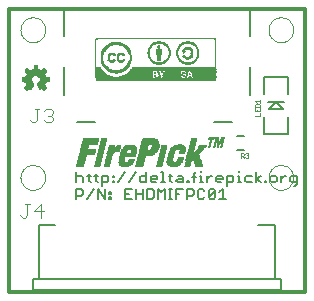
<source format=gto>
G75*
%MOIN*%
%OFA0B0*%
%FSLAX24Y24*%
%IPPOS*%
%LPD*%
%AMOC8*
5,1,8,0,0,1.08239X$1,22.5*
%
%ADD10C,0.0118*%
%ADD11C,0.0000*%
%ADD12C,0.0060*%
%ADD13C,0.0050*%
%ADD14C,0.0040*%
%ADD15R,0.0072X0.0004*%
%ADD16R,0.0080X0.0004*%
%ADD17R,0.0152X0.0004*%
%ADD18R,0.0144X0.0004*%
%ADD19R,0.0194X0.0004*%
%ADD20R,0.0190X0.0004*%
%ADD21R,0.0224X0.0004*%
%ADD22R,0.0220X0.0004*%
%ADD23R,0.0236X0.0004*%
%ADD24R,0.0220X0.0004*%
%ADD25R,0.0251X0.0004*%
%ADD26R,0.0247X0.0004*%
%ADD27R,0.0243X0.0004*%
%ADD28R,0.0274X0.0004*%
%ADD29R,0.0266X0.0004*%
%ADD30R,0.0293X0.0004*%
%ADD31R,0.0285X0.0004*%
%ADD32R,0.0236X0.0004*%
%ADD33R,0.0308X0.0004*%
%ADD34R,0.0300X0.0004*%
%ADD35R,0.0319X0.0004*%
%ADD36R,0.0334X0.0004*%
%ADD37R,0.0224X0.0004*%
%ADD38R,0.0331X0.0004*%
%ADD39R,0.0346X0.0004*%
%ADD40R,0.0357X0.0004*%
%ADD41R,0.0369X0.0004*%
%ADD42R,0.0380X0.0004*%
%ADD43R,0.0376X0.0004*%
%ADD44R,0.0239X0.0004*%
%ADD45R,0.0388X0.0004*%
%ADD46R,0.0388X0.0004*%
%ADD47R,0.0395X0.0004*%
%ADD48R,0.0403X0.0004*%
%ADD49R,0.0410X0.0004*%
%ADD50R,0.0414X0.0004*%
%ADD51R,0.0422X0.0004*%
%ADD52R,0.0426X0.0004*%
%ADD53R,0.0433X0.0004*%
%ADD54R,0.0437X0.0004*%
%ADD55R,0.0445X0.0004*%
%ADD56R,0.0448X0.0004*%
%ADD57R,0.0232X0.0004*%
%ADD58R,0.0456X0.0004*%
%ADD59R,0.0460X0.0004*%
%ADD60R,0.0464X0.0004*%
%ADD61R,0.0467X0.0004*%
%ADD62R,0.0471X0.0004*%
%ADD63R,0.0475X0.0004*%
%ADD64R,0.0479X0.0004*%
%ADD65R,0.0483X0.0004*%
%ADD66R,0.0486X0.0004*%
%ADD67R,0.0490X0.0004*%
%ADD68R,0.0494X0.0004*%
%ADD69R,0.0498X0.0004*%
%ADD70R,0.0505X0.0004*%
%ADD71R,0.0502X0.0004*%
%ADD72R,0.0232X0.0004*%
%ADD73R,0.0509X0.0004*%
%ADD74R,0.0217X0.0004*%
%ADD75R,0.0513X0.0004*%
%ADD76R,0.0213X0.0004*%
%ADD77R,0.0517X0.0004*%
%ADD78R,0.0209X0.0004*%
%ADD79R,0.0247X0.0004*%
%ADD80R,0.0205X0.0004*%
%ADD81R,0.0228X0.0004*%
%ADD82R,0.0201X0.0004*%
%ADD83R,0.0213X0.0004*%
%ADD84R,0.0209X0.0004*%
%ADD85R,0.0255X0.0004*%
%ADD86R,0.0201X0.0004*%
%ADD87R,0.0471X0.0004*%
%ADD88R,0.0559X0.0004*%
%ADD89R,0.0452X0.0004*%
%ADD90R,0.0441X0.0004*%
%ADD91R,0.0399X0.0004*%
%ADD92R,0.0418X0.0004*%
%ADD93R,0.0483X0.0004*%
%ADD94R,0.0555X0.0004*%
%ADD95R,0.0494X0.0004*%
%ADD96R,0.0414X0.0004*%
%ADD97R,0.0555X0.0004*%
%ADD98R,0.0524X0.0004*%
%ADD99R,0.0407X0.0004*%
%ADD100R,0.0528X0.0004*%
%ADD101R,0.0532X0.0004*%
%ADD102R,0.0536X0.0004*%
%ADD103R,0.0543X0.0004*%
%ADD104R,0.0551X0.0004*%
%ADD105R,0.0547X0.0004*%
%ADD106R,0.0429X0.0004*%
%ADD107R,0.0562X0.0004*%
%ADD108R,0.0566X0.0004*%
%ADD109R,0.0437X0.0004*%
%ADD110R,0.0517X0.0004*%
%ADD111R,0.0570X0.0004*%
%ADD112R,0.0574X0.0004*%
%ADD113R,0.0262X0.0004*%
%ADD114R,0.0578X0.0004*%
%ADD115R,0.0581X0.0004*%
%ADD116R,0.0581X0.0004*%
%ADD117R,0.0585X0.0004*%
%ADD118R,0.0315X0.0004*%
%ADD119R,0.0198X0.0004*%
%ADD120R,0.0589X0.0004*%
%ADD121R,0.0015X0.0004*%
%ADD122R,0.0593X0.0004*%
%ADD123R,0.0597X0.0004*%
%ADD124R,0.0600X0.0004*%
%ADD125R,0.0600X0.0004*%
%ADD126R,0.0604X0.0004*%
%ADD127R,0.0277X0.0004*%
%ADD128R,0.0258X0.0004*%
%ADD129R,0.0509X0.0004*%
%ADD130R,0.0486X0.0004*%
%ADD131R,0.0505X0.0004*%
%ADD132R,0.0498X0.0004*%
%ADD133R,0.0186X0.0004*%
%ADD134R,0.0182X0.0004*%
%ADD135R,0.0179X0.0004*%
%ADD136R,0.0175X0.0004*%
%ADD137R,0.0171X0.0004*%
%ADD138R,0.0167X0.0004*%
%ADD139R,0.0163X0.0004*%
%ADD140R,0.0084X0.0004*%
%ADD141R,0.0061X0.0004*%
%ADD142R,0.0160X0.0004*%
%ADD143R,0.0065X0.0004*%
%ADD144R,0.0426X0.0004*%
%ADD145R,0.0076X0.0004*%
%ADD146R,0.0384X0.0004*%
%ADD147R,0.0068X0.0004*%
%ADD148R,0.0148X0.0004*%
%ADD149R,0.0372X0.0004*%
%ADD150R,0.0410X0.0004*%
%ADD151R,0.0365X0.0004*%
%ADD152R,0.0080X0.0004*%
%ADD153R,0.0353X0.0004*%
%ADD154R,0.0068X0.0004*%
%ADD155R,0.0137X0.0004*%
%ADD156R,0.0338X0.0004*%
%ADD157R,0.0133X0.0004*%
%ADD158R,0.0376X0.0004*%
%ADD159R,0.0129X0.0004*%
%ADD160R,0.0125X0.0004*%
%ADD161R,0.0118X0.0004*%
%ADD162R,0.0342X0.0004*%
%ADD163R,0.0114X0.0004*%
%ADD164R,0.0331X0.0004*%
%ADD165R,0.0106X0.0004*%
%ADD166R,0.0099X0.0004*%
%ADD167R,0.0087X0.0004*%
%ADD168R,0.0281X0.0004*%
%ADD169R,0.0258X0.0004*%
%ADD170R,0.0053X0.0004*%
%ADD171R,0.0152X0.0004*%
%ADD172R,0.0091X0.0004*%
%ADD173R,0.0095X0.0004*%
%ADD174R,0.0091X0.0004*%
%ADD175R,0.0103X0.0004*%
%ADD176R,0.0532X0.0004*%
%ADD177R,0.0110X0.0004*%
%ADD178R,0.0589X0.0004*%
%ADD179R,0.0057X0.0004*%
%ADD180R,0.0566X0.0004*%
%ADD181R,0.0540X0.0004*%
%ADD182R,0.0057X0.0004*%
%ADD183R,0.0521X0.0004*%
%ADD184R,0.0129X0.0004*%
%ADD185R,0.0122X0.0004*%
%ADD186R,0.0391X0.0004*%
%ADD187R,0.0114X0.0004*%
%ADD188R,0.0005X0.0003*%
%ADD189R,0.0008X0.0003*%
%ADD190R,0.0013X0.0003*%
%ADD191R,0.0020X0.0003*%
%ADD192R,0.0025X0.0003*%
%ADD193R,0.0032X0.0003*%
%ADD194R,0.0030X0.0003*%
%ADD195R,0.0037X0.0003*%
%ADD196R,0.0045X0.0003*%
%ADD197R,0.0043X0.0003*%
%ADD198R,0.0050X0.0003*%
%ADD199R,0.0055X0.0003*%
%ADD200R,0.0063X0.0003*%
%ADD201R,0.0067X0.0003*%
%ADD202R,0.0075X0.0003*%
%ADD203R,0.0080X0.0003*%
%ADD204R,0.0088X0.0003*%
%ADD205R,0.0090X0.0003*%
%ADD206R,0.0092X0.0003*%
%ADD207R,0.0098X0.0003*%
%ADD208R,0.0103X0.0003*%
%ADD209R,0.0105X0.0003*%
%ADD210R,0.0107X0.0003*%
%ADD211R,0.0110X0.0003*%
%ADD212R,0.0115X0.0003*%
%ADD213R,0.0010X0.0003*%
%ADD214R,0.0118X0.0003*%
%ADD215R,0.0120X0.0003*%
%ADD216R,0.0018X0.0003*%
%ADD217R,0.0123X0.0003*%
%ADD218R,0.0130X0.0003*%
%ADD219R,0.0022X0.0003*%
%ADD220R,0.0135X0.0003*%
%ADD221R,0.0143X0.0003*%
%ADD222R,0.0035X0.0003*%
%ADD223R,0.0145X0.0003*%
%ADD224R,0.0040X0.0003*%
%ADD225R,0.0147X0.0003*%
%ADD226R,0.0155X0.0003*%
%ADD227R,0.0047X0.0003*%
%ADD228R,0.0163X0.0003*%
%ADD229R,0.0053X0.0003*%
%ADD230R,0.0160X0.0003*%
%ADD231R,0.0227X0.0003*%
%ADD232R,0.0230X0.0003*%
%ADD233R,0.0235X0.0003*%
%ADD234R,0.0238X0.0003*%
%ADD235R,0.0243X0.0003*%
%ADD236R,0.0240X0.0003*%
%ADD237R,0.0245X0.0003*%
%ADD238R,0.0248X0.0003*%
%ADD239R,0.0253X0.0003*%
%ADD240R,0.0255X0.0003*%
%ADD241R,0.0250X0.0003*%
%ADD242R,0.0233X0.0003*%
%ADD243R,0.0257X0.0003*%
%ADD244R,0.0260X0.0003*%
%ADD245R,0.0262X0.0003*%
%ADD246R,0.0265X0.0003*%
%ADD247R,0.0267X0.0003*%
%ADD248R,0.0270X0.0003*%
%ADD249R,0.0273X0.0003*%
%ADD250R,0.0275X0.0003*%
%ADD251R,0.0278X0.0003*%
%ADD252R,0.0290X0.0003*%
%ADD253R,0.0302X0.0003*%
%ADD254R,0.0313X0.0003*%
%ADD255R,0.0310X0.0003*%
%ADD256R,0.0323X0.0003*%
%ADD257R,0.0325X0.0003*%
%ADD258R,0.0335X0.0003*%
%ADD259R,0.0348X0.0003*%
%ADD260R,0.0345X0.0003*%
%ADD261R,0.0343X0.0003*%
%ADD262R,0.0340X0.0003*%
%ADD263R,0.0338X0.0003*%
%ADD264R,0.0333X0.0003*%
%ADD265R,0.0350X0.0003*%
%ADD266R,0.0330X0.0003*%
%ADD267R,0.0318X0.0003*%
%ADD268R,0.0305X0.0003*%
%ADD269R,0.0295X0.0003*%
%ADD270R,0.0285X0.0003*%
%ADD271R,0.0283X0.0003*%
%ADD272R,0.0280X0.0003*%
%ADD273R,0.0288X0.0003*%
%ADD274R,0.0293X0.0003*%
%ADD275R,0.0308X0.0003*%
%ADD276R,0.0645X0.0003*%
%ADD277R,0.0643X0.0003*%
%ADD278R,0.0640X0.0003*%
%ADD279R,0.0635X0.0003*%
%ADD280R,0.0633X0.0003*%
%ADD281R,0.0630X0.0003*%
%ADD282R,0.0625X0.0003*%
%ADD283R,0.0620X0.0003*%
%ADD284R,0.0617X0.0003*%
%ADD285R,0.0615X0.0003*%
%ADD286R,0.0610X0.0003*%
%ADD287R,0.0648X0.0003*%
%ADD288R,0.0653X0.0003*%
%ADD289R,0.0655X0.0003*%
%ADD290R,0.0660X0.0003*%
%ADD291R,0.0663X0.0003*%
%ADD292R,0.0665X0.0003*%
%ADD293R,0.0670X0.0003*%
%ADD294R,0.0673X0.0003*%
%ADD295R,0.0675X0.0003*%
%ADD296R,0.0680X0.0003*%
%ADD297R,0.0683X0.0003*%
%ADD298R,0.0685X0.0003*%
%ADD299R,0.0690X0.0003*%
%ADD300R,0.0693X0.0003*%
%ADD301R,0.0695X0.0003*%
%ADD302R,0.0700X0.0003*%
%ADD303R,0.0705X0.0003*%
%ADD304R,0.0710X0.0003*%
%ADD305R,0.0715X0.0003*%
%ADD306R,0.0720X0.0003*%
%ADD307R,0.0725X0.0003*%
%ADD308R,0.0727X0.0003*%
%ADD309R,0.0730X0.0003*%
%ADD310R,0.0735X0.0003*%
%ADD311R,0.0737X0.0003*%
%ADD312R,0.0740X0.0003*%
%ADD313R,0.0745X0.0003*%
%ADD314R,0.0747X0.0003*%
%ADD315R,0.0175X0.0003*%
%ADD316R,0.0168X0.0003*%
%ADD317R,0.0320X0.0003*%
%ADD318R,0.0150X0.0003*%
%ADD319R,0.0138X0.0003*%
%ADD320R,0.0133X0.0003*%
%ADD321R,0.0125X0.0003*%
%ADD322R,0.0113X0.0003*%
%ADD323R,0.0220X0.0003*%
%ADD324R,0.0210X0.0003*%
%ADD325R,0.0100X0.0003*%
%ADD326R,0.0200X0.0003*%
%ADD327R,0.0095X0.0003*%
%ADD328R,0.0185X0.0003*%
%ADD329R,0.0180X0.0003*%
%ADD330R,0.0083X0.0003*%
%ADD331R,0.0170X0.0003*%
%ADD332R,0.0070X0.0003*%
%ADD333R,0.0057X0.0003*%
%ADD334R,0.0165X0.0003*%
%ADD335R,0.0027X0.0003*%
%ADD336R,0.0015X0.0003*%
%ADD337R,0.0158X0.0003*%
%ADD338R,0.0153X0.0003*%
%ADD339R,0.0140X0.0003*%
%ADD340R,0.3990X0.0010*%
%ADD341R,0.4010X0.0010*%
%ADD342R,0.4030X0.0010*%
%ADD343R,0.1910X0.0010*%
%ADD344R,0.0170X0.0010*%
%ADD345R,0.0670X0.0010*%
%ADD346R,0.0060X0.0010*%
%ADD347R,0.0120X0.0010*%
%ADD348R,0.0780X0.0010*%
%ADD349R,0.0640X0.0010*%
%ADD350R,0.0040X0.0010*%
%ADD351R,0.0110X0.0010*%
%ADD352R,0.0770X0.0010*%
%ADD353R,0.0100X0.0010*%
%ADD354R,0.0630X0.0010*%
%ADD355R,0.0020X0.0010*%
%ADD356R,0.0610X0.0010*%
%ADD357R,0.1120X0.0010*%
%ADD358R,0.0090X0.0010*%
%ADD359R,0.0620X0.0010*%
%ADD360R,0.0560X0.0010*%
%ADD361R,0.1070X0.0010*%
%ADD362R,0.0530X0.0010*%
%ADD363R,0.1030X0.0010*%
%ADD364R,0.0070X0.0010*%
%ADD365R,0.0080X0.0010*%
%ADD366R,0.0790X0.0010*%
%ADD367R,0.0500X0.0010*%
%ADD368R,0.1010X0.0010*%
%ADD369R,0.0030X0.0010*%
%ADD370R,0.0470X0.0010*%
%ADD371R,0.0980X0.0010*%
%ADD372R,0.0600X0.0010*%
%ADD373R,0.0450X0.0010*%
%ADD374R,0.0960X0.0010*%
%ADD375R,0.0800X0.0010*%
%ADD376R,0.0430X0.0010*%
%ADD377R,0.0940X0.0010*%
%ADD378R,0.0700X0.0010*%
%ADD379R,0.0410X0.0010*%
%ADD380R,0.0920X0.0010*%
%ADD381R,0.0660X0.0010*%
%ADD382R,0.0810X0.0010*%
%ADD383R,0.0390X0.0010*%
%ADD384R,0.0900X0.0010*%
%ADD385R,0.0050X0.0010*%
%ADD386R,0.0380X0.0010*%
%ADD387R,0.0880X0.0010*%
%ADD388R,0.0360X0.0010*%
%ADD389R,0.0870X0.0010*%
%ADD390R,0.0590X0.0010*%
%ADD391R,0.0820X0.0010*%
%ADD392R,0.0350X0.0010*%
%ADD393R,0.0860X0.0010*%
%ADD394R,0.0580X0.0010*%
%ADD395R,0.0130X0.0010*%
%ADD396R,0.0010X0.0010*%
%ADD397R,0.0330X0.0010*%
%ADD398R,0.0840X0.0010*%
%ADD399R,0.0570X0.0010*%
%ADD400R,0.0320X0.0010*%
%ADD401R,0.0240X0.0010*%
%ADD402R,0.0830X0.0010*%
%ADD403R,0.0310X0.0010*%
%ADD404R,0.0300X0.0010*%
%ADD405R,0.0370X0.0010*%
%ADD406R,0.0550X0.0010*%
%ADD407R,0.0290X0.0010*%
%ADD408R,0.0420X0.0010*%
%ADD409R,0.0280X0.0010*%
%ADD410R,0.0460X0.0010*%
%ADD411R,0.0270X0.0010*%
%ADD412R,0.0850X0.0010*%
%ADD413R,0.0260X0.0010*%
%ADD414R,0.0250X0.0010*%
%ADD415R,0.1750X0.0010*%
%ADD416R,0.1060X0.0010*%
%ADD417R,0.0230X0.0010*%
%ADD418R,0.2870X0.0010*%
%ADD419R,0.0200X0.0010*%
%ADD420R,0.2860X0.0010*%
%ADD421R,0.0220X0.0010*%
%ADD422R,0.0180X0.0010*%
%ADD423R,0.2850X0.0010*%
%ADD424R,0.0160X0.0010*%
%ADD425R,0.2840X0.0010*%
%ADD426R,0.0210X0.0010*%
%ADD427R,0.0150X0.0010*%
%ADD428R,0.0140X0.0010*%
%ADD429R,0.2830X0.0010*%
%ADD430R,0.0190X0.0010*%
%ADD431R,0.2820X0.0010*%
%ADD432R,0.2810X0.0010*%
%ADD433R,0.0490X0.0010*%
%ADD434R,0.0340X0.0010*%
%ADD435R,0.3970X0.0010*%
%ADD436R,0.3950X0.0010*%
%ADD437R,0.3890X0.0010*%
%ADD438C,0.0010*%
%ADD439C,0.0080*%
D10*
X000159Y000169D02*
X000159Y009618D01*
X010002Y009618D01*
X010002Y000169D01*
X000159Y000169D01*
D11*
X000533Y003992D02*
X000535Y004032D01*
X000541Y004073D01*
X000551Y004112D01*
X000564Y004150D01*
X000582Y004187D01*
X000603Y004221D01*
X000627Y004254D01*
X000654Y004284D01*
X000684Y004311D01*
X000717Y004335D01*
X000751Y004356D01*
X000788Y004374D01*
X000826Y004387D01*
X000865Y004397D01*
X000906Y004403D01*
X000946Y004405D01*
X000986Y004403D01*
X001027Y004397D01*
X001066Y004387D01*
X001104Y004374D01*
X001141Y004356D01*
X001175Y004335D01*
X001208Y004311D01*
X001238Y004284D01*
X001265Y004254D01*
X001289Y004221D01*
X001310Y004187D01*
X001328Y004150D01*
X001341Y004112D01*
X001351Y004073D01*
X001357Y004032D01*
X001359Y003992D01*
X001357Y003952D01*
X001351Y003911D01*
X001341Y003872D01*
X001328Y003834D01*
X001310Y003797D01*
X001289Y003763D01*
X001265Y003730D01*
X001238Y003700D01*
X001208Y003673D01*
X001175Y003649D01*
X001141Y003628D01*
X001104Y003610D01*
X001066Y003597D01*
X001027Y003587D01*
X000986Y003581D01*
X000946Y003579D01*
X000906Y003581D01*
X000865Y003587D01*
X000826Y003597D01*
X000788Y003610D01*
X000751Y003628D01*
X000717Y003649D01*
X000684Y003673D01*
X000654Y003700D01*
X000627Y003730D01*
X000603Y003763D01*
X000582Y003797D01*
X000564Y003834D01*
X000551Y003872D01*
X000541Y003911D01*
X000535Y003952D01*
X000533Y003992D01*
X000533Y008913D02*
X000535Y008953D01*
X000541Y008994D01*
X000551Y009033D01*
X000564Y009071D01*
X000582Y009108D01*
X000603Y009142D01*
X000627Y009175D01*
X000654Y009205D01*
X000684Y009232D01*
X000717Y009256D01*
X000751Y009277D01*
X000788Y009295D01*
X000826Y009308D01*
X000865Y009318D01*
X000906Y009324D01*
X000946Y009326D01*
X000986Y009324D01*
X001027Y009318D01*
X001066Y009308D01*
X001104Y009295D01*
X001141Y009277D01*
X001175Y009256D01*
X001208Y009232D01*
X001238Y009205D01*
X001265Y009175D01*
X001289Y009142D01*
X001310Y009108D01*
X001328Y009071D01*
X001341Y009033D01*
X001351Y008994D01*
X001357Y008953D01*
X001359Y008913D01*
X001357Y008873D01*
X001351Y008832D01*
X001341Y008793D01*
X001328Y008755D01*
X001310Y008718D01*
X001289Y008684D01*
X001265Y008651D01*
X001238Y008621D01*
X001208Y008594D01*
X001175Y008570D01*
X001141Y008549D01*
X001104Y008531D01*
X001066Y008518D01*
X001027Y008508D01*
X000986Y008502D01*
X000946Y008500D01*
X000906Y008502D01*
X000865Y008508D01*
X000826Y008518D01*
X000788Y008531D01*
X000751Y008549D01*
X000717Y008570D01*
X000684Y008594D01*
X000654Y008621D01*
X000627Y008651D01*
X000603Y008684D01*
X000582Y008718D01*
X000564Y008755D01*
X000551Y008793D01*
X000541Y008832D01*
X000535Y008873D01*
X000533Y008913D01*
X008801Y008913D02*
X008803Y008953D01*
X008809Y008994D01*
X008819Y009033D01*
X008832Y009071D01*
X008850Y009108D01*
X008871Y009142D01*
X008895Y009175D01*
X008922Y009205D01*
X008952Y009232D01*
X008985Y009256D01*
X009019Y009277D01*
X009056Y009295D01*
X009094Y009308D01*
X009133Y009318D01*
X009174Y009324D01*
X009214Y009326D01*
X009254Y009324D01*
X009295Y009318D01*
X009334Y009308D01*
X009372Y009295D01*
X009409Y009277D01*
X009443Y009256D01*
X009476Y009232D01*
X009506Y009205D01*
X009533Y009175D01*
X009557Y009142D01*
X009578Y009108D01*
X009596Y009071D01*
X009609Y009033D01*
X009619Y008994D01*
X009625Y008953D01*
X009627Y008913D01*
X009625Y008873D01*
X009619Y008832D01*
X009609Y008793D01*
X009596Y008755D01*
X009578Y008718D01*
X009557Y008684D01*
X009533Y008651D01*
X009506Y008621D01*
X009476Y008594D01*
X009443Y008570D01*
X009409Y008549D01*
X009372Y008531D01*
X009334Y008518D01*
X009295Y008508D01*
X009254Y008502D01*
X009214Y008500D01*
X009174Y008502D01*
X009133Y008508D01*
X009094Y008518D01*
X009056Y008531D01*
X009019Y008549D01*
X008985Y008570D01*
X008952Y008594D01*
X008922Y008621D01*
X008895Y008651D01*
X008871Y008684D01*
X008850Y008718D01*
X008832Y008755D01*
X008819Y008793D01*
X008809Y008832D01*
X008803Y008873D01*
X008801Y008913D01*
X008801Y003992D02*
X008803Y004032D01*
X008809Y004073D01*
X008819Y004112D01*
X008832Y004150D01*
X008850Y004187D01*
X008871Y004221D01*
X008895Y004254D01*
X008922Y004284D01*
X008952Y004311D01*
X008985Y004335D01*
X009019Y004356D01*
X009056Y004374D01*
X009094Y004387D01*
X009133Y004397D01*
X009174Y004403D01*
X009214Y004405D01*
X009254Y004403D01*
X009295Y004397D01*
X009334Y004387D01*
X009372Y004374D01*
X009409Y004356D01*
X009443Y004335D01*
X009476Y004311D01*
X009506Y004284D01*
X009533Y004254D01*
X009557Y004221D01*
X009578Y004187D01*
X009596Y004150D01*
X009609Y004112D01*
X009619Y004073D01*
X009625Y004032D01*
X009627Y003992D01*
X009625Y003952D01*
X009619Y003911D01*
X009609Y003872D01*
X009596Y003834D01*
X009578Y003797D01*
X009557Y003763D01*
X009533Y003730D01*
X009506Y003700D01*
X009476Y003673D01*
X009443Y003649D01*
X009409Y003628D01*
X009372Y003610D01*
X009334Y003597D01*
X009295Y003587D01*
X009254Y003581D01*
X009214Y003579D01*
X009174Y003581D01*
X009133Y003587D01*
X009094Y003597D01*
X009056Y003610D01*
X009019Y003628D01*
X008985Y003649D01*
X008952Y003673D01*
X008922Y003700D01*
X008895Y003730D01*
X008871Y003763D01*
X008850Y003797D01*
X008832Y003834D01*
X008819Y003872D01*
X008809Y003911D01*
X008803Y003952D01*
X008801Y003992D01*
D12*
X008859Y003988D02*
X008859Y003877D01*
X008914Y003821D01*
X009026Y003821D01*
X009081Y003877D01*
X009081Y003988D01*
X009026Y004044D01*
X008914Y004044D01*
X008859Y003988D01*
X008733Y003877D02*
X008733Y003821D01*
X008677Y003821D01*
X008677Y003877D01*
X008733Y003877D01*
X008542Y003821D02*
X008375Y003933D01*
X008542Y004044D01*
X008375Y004155D02*
X008375Y003821D01*
X008235Y003821D02*
X008068Y003821D01*
X008013Y003877D01*
X008013Y003988D01*
X008068Y004044D01*
X008235Y004044D01*
X007827Y004044D02*
X007827Y003821D01*
X007882Y003821D02*
X007771Y003821D01*
X007631Y003877D02*
X007631Y003988D01*
X007576Y004044D01*
X007409Y004044D01*
X007409Y003710D01*
X007278Y003604D02*
X007278Y003270D01*
X007167Y003270D02*
X007390Y003270D01*
X007167Y003493D02*
X007278Y003604D01*
X007027Y003549D02*
X007027Y003326D01*
X006971Y003270D01*
X006860Y003270D01*
X006804Y003326D01*
X007027Y003549D01*
X006971Y003604D01*
X006860Y003604D01*
X006804Y003549D01*
X006804Y003326D01*
X006665Y003326D02*
X006609Y003270D01*
X006498Y003270D01*
X006442Y003326D01*
X006442Y003549D01*
X006498Y003604D01*
X006609Y003604D01*
X006665Y003549D01*
X006614Y003821D02*
X006502Y003821D01*
X006558Y003821D02*
X006558Y004044D01*
X006502Y004044D01*
X006558Y004155D02*
X006558Y004211D01*
X006372Y004155D02*
X006316Y004100D01*
X006316Y003821D01*
X006261Y003988D02*
X006372Y003988D01*
X006135Y003877D02*
X006135Y003821D01*
X006079Y003821D01*
X006079Y003877D01*
X006135Y003877D01*
X005939Y003821D02*
X005772Y003821D01*
X005717Y003877D01*
X005772Y003933D01*
X005939Y003933D01*
X005939Y003988D02*
X005939Y003821D01*
X005939Y003988D02*
X005884Y004044D01*
X005772Y004044D01*
X005586Y004044D02*
X005475Y004044D01*
X005531Y004100D02*
X005531Y003877D01*
X005586Y003821D01*
X005345Y003821D02*
X005233Y003821D01*
X005289Y003821D02*
X005289Y004155D01*
X005233Y004155D01*
X005094Y003988D02*
X005094Y003933D01*
X004871Y003933D01*
X004871Y003988D02*
X004927Y004044D01*
X005038Y004044D01*
X005094Y003988D01*
X005038Y003821D02*
X004927Y003821D01*
X004871Y003877D01*
X004871Y003988D01*
X004731Y004044D02*
X004564Y004044D01*
X004508Y003988D01*
X004508Y003877D01*
X004564Y003821D01*
X004731Y003821D01*
X004731Y004155D01*
X004369Y004155D02*
X004146Y003821D01*
X004248Y003604D02*
X004025Y003604D01*
X004025Y003270D01*
X004248Y003270D01*
X004388Y003270D02*
X004388Y003604D01*
X004388Y003437D02*
X004610Y003437D01*
X004610Y003604D02*
X004610Y003270D01*
X004750Y003270D02*
X004917Y003270D01*
X004973Y003326D01*
X004973Y003549D01*
X004917Y003604D01*
X004750Y003604D01*
X004750Y003270D01*
X005113Y003270D02*
X005113Y003604D01*
X005224Y003493D01*
X005335Y003604D01*
X005335Y003270D01*
X005475Y003270D02*
X005586Y003270D01*
X005531Y003270D02*
X005531Y003604D01*
X005586Y003604D02*
X005475Y003604D01*
X005717Y003604D02*
X005717Y003270D01*
X005717Y003437D02*
X005828Y003437D01*
X005717Y003604D02*
X005939Y003604D01*
X006079Y003604D02*
X006246Y003604D01*
X006302Y003549D01*
X006302Y003437D01*
X006246Y003382D01*
X006079Y003382D01*
X006079Y003270D02*
X006079Y003604D01*
X006744Y003821D02*
X006744Y004044D01*
X006744Y003933D02*
X006855Y004044D01*
X006911Y004044D01*
X007046Y003988D02*
X007102Y004044D01*
X007213Y004044D01*
X007269Y003988D01*
X007269Y003933D01*
X007046Y003933D01*
X007046Y003988D02*
X007046Y003877D01*
X007102Y003821D01*
X007213Y003821D01*
X007409Y003821D02*
X007576Y003821D01*
X007631Y003877D01*
X007771Y004044D02*
X007827Y004044D01*
X007827Y004155D02*
X007827Y004211D01*
X007757Y004894D02*
X007994Y004894D01*
X007994Y005366D02*
X007757Y005366D01*
X009221Y004044D02*
X009221Y003821D01*
X009221Y003933D02*
X009332Y004044D01*
X009388Y004044D01*
X009523Y003988D02*
X009523Y003877D01*
X009579Y003821D01*
X009746Y003821D01*
X009746Y003766D02*
X009746Y004044D01*
X009579Y004044D01*
X009523Y003988D01*
X009746Y003766D02*
X009690Y003710D01*
X009635Y003710D01*
X004136Y003437D02*
X004025Y003437D01*
X003783Y003821D02*
X004006Y004155D01*
X003658Y004044D02*
X003658Y003988D01*
X003602Y003988D01*
X003602Y004044D01*
X003658Y004044D01*
X003658Y003877D02*
X003602Y003877D01*
X003602Y003821D01*
X003658Y003821D01*
X003658Y003877D01*
X003462Y003877D02*
X003407Y003821D01*
X003240Y003821D01*
X003109Y003821D02*
X003054Y003877D01*
X003054Y004100D01*
X003109Y004044D02*
X002998Y004044D01*
X002868Y004044D02*
X002756Y004044D01*
X002812Y004100D02*
X002812Y003877D01*
X002868Y003821D01*
X002979Y003604D02*
X002756Y003270D01*
X002616Y003437D02*
X002561Y003382D01*
X002394Y003382D01*
X002394Y003270D02*
X002394Y003604D01*
X002561Y003604D01*
X002616Y003549D01*
X002616Y003437D01*
X002616Y003821D02*
X002616Y003988D01*
X002561Y004044D01*
X002449Y004044D01*
X002394Y003988D01*
X002394Y004155D02*
X002394Y003821D01*
X003119Y003604D02*
X003119Y003270D01*
X003341Y003270D02*
X003341Y003604D01*
X003240Y003710D02*
X003240Y004044D01*
X003407Y004044D01*
X003462Y003988D01*
X003462Y003877D01*
X003481Y003493D02*
X003481Y003437D01*
X003537Y003437D01*
X003537Y003493D01*
X003481Y003493D01*
X003481Y003326D02*
X003481Y003270D01*
X003537Y003270D01*
X003537Y003326D01*
X003481Y003326D01*
X003341Y003270D02*
X003119Y003604D01*
D13*
X001694Y002413D02*
X001143Y002413D01*
X001143Y002390D02*
X001143Y000618D01*
X009017Y000618D01*
X009017Y002390D01*
X009017Y002413D02*
X008466Y002413D01*
X009017Y000618D02*
X009214Y000618D01*
X009214Y000224D01*
X000946Y000224D01*
X000946Y000618D01*
X001143Y000618D01*
X002403Y005835D02*
X003033Y005835D01*
X001990Y006721D02*
X001990Y007665D01*
X001990Y008689D02*
X001990Y009555D01*
X001990Y009583D02*
X008171Y009583D01*
X008171Y009555D02*
X008171Y008689D01*
X008171Y007665D02*
X008171Y006721D01*
X007600Y005835D02*
X006970Y005835D01*
D14*
X001616Y005900D02*
X001539Y005823D01*
X001385Y005823D01*
X001309Y005900D01*
X001462Y006053D02*
X001539Y006053D01*
X001616Y005977D01*
X001616Y005900D01*
X001539Y006053D02*
X001616Y006130D01*
X001616Y006207D01*
X001539Y006284D01*
X001385Y006284D01*
X001309Y006207D01*
X001155Y006284D02*
X001002Y006284D01*
X001079Y006284D02*
X001079Y005900D01*
X001002Y005823D01*
X000925Y005823D01*
X000848Y005900D01*
X000840Y003106D02*
X000687Y003106D01*
X000764Y003106D02*
X000764Y002723D01*
X000687Y002646D01*
X000610Y002646D01*
X000533Y002723D01*
X000994Y002876D02*
X001301Y002876D01*
X001224Y002646D02*
X001224Y003106D01*
X000994Y002876D01*
D15*
X004007Y004335D03*
X006994Y004985D03*
X006994Y004989D03*
X006997Y004996D03*
X006997Y005000D03*
X006997Y005004D03*
X007001Y005011D03*
X007001Y005015D03*
X007001Y005019D03*
X007005Y005027D03*
X007005Y005030D03*
X007005Y005034D03*
X007009Y005042D03*
X007009Y005046D03*
X007009Y005049D03*
X007013Y005057D03*
X007013Y005061D03*
X007013Y005065D03*
X007016Y005072D03*
X007016Y005076D03*
X007016Y005080D03*
X007020Y005087D03*
X007020Y005091D03*
X007020Y005095D03*
X007024Y005103D03*
X007024Y005106D03*
X007024Y005110D03*
X007028Y005118D03*
X007028Y005122D03*
X007028Y005125D03*
X007032Y005137D03*
X007032Y005141D03*
X007035Y005152D03*
X007035Y005156D03*
X007039Y005167D03*
X007039Y005171D03*
X007043Y005182D03*
X007043Y005186D03*
X007047Y005198D03*
X007047Y005201D03*
X007051Y005213D03*
X007119Y005019D03*
X007119Y005015D03*
X007229Y004992D03*
X007229Y004989D03*
X007229Y004985D03*
X007233Y005000D03*
X007233Y005004D03*
X007233Y005008D03*
X007237Y005015D03*
X007237Y005019D03*
X007237Y005023D03*
X007241Y005030D03*
X007241Y005034D03*
X007241Y005038D03*
X007241Y005042D03*
X007244Y005046D03*
X007244Y005049D03*
X007244Y005053D03*
X007244Y005057D03*
X007248Y005061D03*
X007248Y005065D03*
X007248Y005068D03*
X007248Y005072D03*
X007252Y005076D03*
X007252Y005080D03*
X007252Y005084D03*
X007252Y005087D03*
X007256Y005091D03*
X007256Y005095D03*
X007256Y005099D03*
X007256Y005103D03*
X007260Y005106D03*
X007260Y005110D03*
X007260Y005114D03*
X007260Y005118D03*
X007263Y005122D03*
X007263Y005125D03*
X007263Y005129D03*
X007263Y005133D03*
X007267Y005141D03*
X007267Y005144D03*
X007267Y005148D03*
X007271Y005156D03*
X007271Y005160D03*
X007271Y005163D03*
X007275Y005171D03*
X007275Y005175D03*
X007275Y005179D03*
X007279Y005186D03*
X007279Y005190D03*
X007279Y005194D03*
X007282Y005201D03*
X007282Y005205D03*
X007282Y005209D03*
D16*
X006895Y005236D03*
X006895Y005239D03*
X006887Y005209D03*
X006887Y005205D03*
X006876Y005163D03*
X006876Y005160D03*
X006868Y005133D03*
X006868Y005129D03*
X006864Y005118D03*
X006864Y005114D03*
X006857Y005087D03*
X006857Y005084D03*
X006857Y005080D03*
X006853Y005072D03*
X006853Y005068D03*
X006853Y005065D03*
X006845Y005042D03*
X006845Y005038D03*
X006845Y005034D03*
X006842Y005027D03*
X006842Y005023D03*
X006842Y005019D03*
X006834Y004996D03*
X006834Y004992D03*
X006834Y004989D03*
X005622Y004335D03*
D17*
X004206Y005046D03*
X003803Y004996D03*
X004016Y004339D03*
D18*
X003807Y005004D03*
X003811Y005008D03*
X005627Y004339D03*
D19*
X004022Y004343D03*
X003767Y004939D03*
D20*
X003769Y004943D03*
X003773Y004947D03*
X004202Y005042D03*
X005631Y004343D03*
D21*
X005523Y004502D03*
X005523Y004506D03*
X005523Y004510D03*
X005527Y004601D03*
X005527Y004605D03*
X005531Y004620D03*
X005531Y004624D03*
X005531Y004628D03*
X005538Y004654D03*
X005538Y004658D03*
X005538Y004662D03*
X005542Y004669D03*
X005542Y004673D03*
X005542Y004677D03*
X005542Y004681D03*
X005550Y004700D03*
X005550Y004704D03*
X005550Y004707D03*
X005553Y004715D03*
X005553Y004719D03*
X005553Y004723D03*
X005561Y004742D03*
X005561Y004745D03*
X005565Y004757D03*
X005569Y004768D03*
X005618Y004886D03*
X005622Y004890D03*
X005626Y004894D03*
X005318Y004977D03*
X005318Y004981D03*
X005322Y004992D03*
X005322Y004996D03*
X005329Y005023D03*
X005329Y005027D03*
X005310Y004951D03*
X005310Y004947D03*
X005306Y004935D03*
X005306Y004932D03*
X005299Y004905D03*
X005299Y004901D03*
X005295Y004890D03*
X005295Y004886D03*
X005291Y004875D03*
X005291Y004871D03*
X005287Y004859D03*
X005287Y004856D03*
X005284Y004844D03*
X005284Y004840D03*
X005280Y004829D03*
X005280Y004825D03*
X005276Y004814D03*
X005276Y004810D03*
X005268Y004783D03*
X005268Y004780D03*
X005265Y004768D03*
X005265Y004764D03*
X005257Y004738D03*
X005257Y004734D03*
X005253Y004723D03*
X005253Y004719D03*
X005246Y004692D03*
X005246Y004688D03*
X005242Y004677D03*
X005242Y004673D03*
X005238Y004662D03*
X005238Y004658D03*
X005234Y004647D03*
X005234Y004643D03*
X005227Y004616D03*
X005227Y004612D03*
X005223Y004601D03*
X005223Y004597D03*
X005215Y004571D03*
X005215Y004567D03*
X005211Y004555D03*
X005211Y004552D03*
X005204Y004525D03*
X005204Y004521D03*
X005200Y004510D03*
X005200Y004506D03*
X005196Y004495D03*
X005196Y004491D03*
X005192Y004479D03*
X005192Y004476D03*
X005189Y004464D03*
X005189Y004460D03*
X005185Y004449D03*
X005185Y004445D03*
X005181Y004434D03*
X005181Y004430D03*
X005173Y004403D03*
X005173Y004400D03*
X005170Y004388D03*
X005170Y004384D03*
X005162Y004358D03*
X005162Y004354D03*
X004197Y004476D03*
X004022Y004346D03*
X003916Y004476D03*
X003912Y004479D03*
X003923Y004635D03*
X003923Y004639D03*
X003927Y004650D03*
X003927Y004654D03*
X003517Y004745D03*
X003517Y004749D03*
X003517Y004753D03*
X003513Y004738D03*
X003513Y004734D03*
X003505Y004707D03*
X003505Y004704D03*
X003501Y004692D03*
X003501Y004688D03*
X003494Y004662D03*
X003494Y004658D03*
X003490Y004647D03*
X003490Y004643D03*
X003486Y004631D03*
X003486Y004628D03*
X003482Y004616D03*
X003482Y004612D03*
X003479Y004601D03*
X003479Y004597D03*
X003475Y004586D03*
X003475Y004582D03*
X003471Y004571D03*
X003471Y004567D03*
X003463Y004540D03*
X003463Y004536D03*
X003460Y004525D03*
X003460Y004521D03*
X003452Y004495D03*
X003452Y004491D03*
X003448Y004479D03*
X003448Y004476D03*
X003441Y004449D03*
X003441Y004445D03*
X003437Y004434D03*
X003437Y004430D03*
X003433Y004419D03*
X003433Y004415D03*
X003429Y004403D03*
X003429Y004400D03*
X003422Y004373D03*
X003422Y004369D03*
X003418Y004358D03*
X003418Y004354D03*
X003152Y004567D03*
X003152Y004571D03*
X003156Y004582D03*
X003156Y004586D03*
X003163Y004612D03*
X003163Y004616D03*
X003167Y004628D03*
X003167Y004631D03*
X003175Y004658D03*
X003175Y004662D03*
X003178Y004673D03*
X003178Y004677D03*
X003186Y004704D03*
X003186Y004707D03*
X003190Y004719D03*
X003190Y004723D03*
X003194Y004734D03*
X003194Y004738D03*
X003197Y004749D03*
X003197Y004753D03*
X003201Y004764D03*
X003201Y004768D03*
X003205Y004780D03*
X003205Y004783D03*
X003209Y004795D03*
X003209Y004799D03*
X003216Y004825D03*
X003216Y004829D03*
X003220Y004840D03*
X003220Y004844D03*
X003228Y004871D03*
X003228Y004875D03*
X003232Y004886D03*
X003232Y004890D03*
X003239Y004916D03*
X003239Y004920D03*
X003243Y004932D03*
X003243Y004935D03*
X003247Y004947D03*
X003247Y004951D03*
X003251Y004962D03*
X003251Y004966D03*
X003258Y004992D03*
X003258Y004996D03*
X003262Y005008D03*
X003262Y005011D03*
X003281Y005087D03*
X003281Y005091D03*
X003285Y005103D03*
X003285Y005106D03*
X003289Y005118D03*
X003289Y005122D03*
X003292Y005133D03*
X003292Y005137D03*
X003296Y005148D03*
X003296Y005152D03*
X003300Y005163D03*
X003300Y005167D03*
X003304Y005179D03*
X003304Y005182D03*
X003311Y005213D03*
X003315Y005228D03*
X003323Y005258D03*
X003148Y004555D03*
X003148Y004552D03*
X003144Y004540D03*
X003144Y004536D03*
X003137Y004510D03*
X003137Y004506D03*
X003133Y004495D03*
X003133Y004491D03*
X003125Y004464D03*
X003125Y004460D03*
X003121Y004449D03*
X003121Y004445D03*
X003114Y004419D03*
X003114Y004415D03*
X003110Y004403D03*
X003110Y004400D03*
X003106Y004388D03*
X003106Y004384D03*
X003102Y004373D03*
X003102Y004369D03*
X003099Y004358D03*
X003099Y004354D03*
X004201Y005038D03*
X006142Y004525D03*
X006142Y004521D03*
X006139Y004510D03*
X006139Y004506D03*
X006135Y004495D03*
X006135Y004491D03*
X006131Y004479D03*
X006131Y004476D03*
X006123Y004449D03*
X006123Y004445D03*
X006120Y004434D03*
X006120Y004430D03*
X006112Y004403D03*
X006112Y004400D03*
X006108Y004388D03*
X006108Y004384D03*
X006101Y004358D03*
X006101Y004354D03*
X006146Y004533D03*
X006215Y004814D03*
X006215Y004818D03*
X006218Y004829D03*
X006218Y004833D03*
X006226Y004859D03*
X006226Y004863D03*
X006230Y004875D03*
X006230Y004878D03*
X006234Y004890D03*
X006234Y004894D03*
X006237Y004905D03*
X006237Y004909D03*
X006241Y004920D03*
X006241Y004924D03*
X006245Y004935D03*
X006245Y004939D03*
X006249Y004951D03*
X006249Y004954D03*
X006256Y004981D03*
X006256Y004985D03*
X006260Y004996D03*
X006260Y005000D03*
X006268Y005027D03*
X006268Y005030D03*
X006272Y005042D03*
X006272Y005046D03*
X006279Y005072D03*
X006279Y005076D03*
X006283Y005087D03*
X006283Y005091D03*
X006287Y005103D03*
X006287Y005106D03*
X006291Y005118D03*
X006291Y005122D03*
X006298Y005152D03*
X006302Y005167D03*
X006310Y005198D03*
X006313Y005213D03*
X006321Y005243D03*
X006325Y005258D03*
X006530Y004913D03*
X006526Y004909D03*
X006522Y004905D03*
X006515Y004894D03*
X006511Y004890D03*
X006503Y004882D03*
X006500Y004878D03*
X006477Y004852D03*
D22*
X006479Y004856D03*
X006482Y004859D03*
X006486Y004863D03*
X006490Y004867D03*
X006494Y004871D03*
X006471Y004844D03*
X006467Y004840D03*
X006463Y004837D03*
X006460Y004833D03*
X006235Y004897D03*
X006235Y004901D03*
X006239Y004913D03*
X006239Y004916D03*
X006247Y004943D03*
X006247Y004947D03*
X006251Y004958D03*
X006251Y004962D03*
X006254Y004973D03*
X006254Y004977D03*
X006258Y004989D03*
X006258Y004992D03*
X006262Y005004D03*
X006262Y005008D03*
X006266Y005019D03*
X006266Y005023D03*
X006270Y005034D03*
X006270Y005038D03*
X006273Y005049D03*
X006273Y005053D03*
X006277Y005065D03*
X006277Y005068D03*
X006281Y005080D03*
X006281Y005084D03*
X006289Y005110D03*
X006289Y005114D03*
X006292Y005125D03*
X006292Y005129D03*
X006292Y005133D03*
X006296Y005141D03*
X006296Y005144D03*
X006296Y005148D03*
X006300Y005156D03*
X006300Y005160D03*
X006300Y005163D03*
X006304Y005171D03*
X006304Y005175D03*
X006304Y005179D03*
X006308Y005186D03*
X006308Y005190D03*
X006308Y005194D03*
X006311Y005201D03*
X006311Y005205D03*
X006311Y005209D03*
X006315Y005217D03*
X006315Y005220D03*
X006315Y005224D03*
X006319Y005232D03*
X006319Y005236D03*
X006319Y005239D03*
X006323Y005247D03*
X006323Y005251D03*
X006323Y005255D03*
X006228Y004871D03*
X006228Y004867D03*
X006224Y004856D03*
X006224Y004852D03*
X006220Y004840D03*
X006220Y004837D03*
X006216Y004825D03*
X006216Y004821D03*
X006213Y004810D03*
X006144Y004529D03*
X006140Y004517D03*
X006140Y004514D03*
X006133Y004487D03*
X006133Y004483D03*
X006129Y004472D03*
X006129Y004468D03*
X006125Y004457D03*
X006125Y004453D03*
X006121Y004441D03*
X006121Y004438D03*
X006118Y004426D03*
X006118Y004422D03*
X006114Y004411D03*
X006114Y004407D03*
X006110Y004396D03*
X006110Y004392D03*
X006106Y004381D03*
X006106Y004377D03*
X006102Y004365D03*
X006102Y004362D03*
X006099Y004350D03*
X005829Y004498D03*
X005825Y004495D03*
X005635Y004346D03*
X005521Y004514D03*
X005521Y004517D03*
X005521Y004521D03*
X005521Y004525D03*
X005521Y004529D03*
X005521Y004533D03*
X005521Y004536D03*
X005521Y004540D03*
X005521Y004544D03*
X005521Y004548D03*
X005521Y004552D03*
X005521Y004555D03*
X005521Y004559D03*
X005521Y004563D03*
X005521Y004567D03*
X005521Y004571D03*
X005521Y004574D03*
X005529Y004609D03*
X005529Y004612D03*
X005529Y004616D03*
X005532Y004631D03*
X005536Y004650D03*
X005540Y004666D03*
X005551Y004711D03*
X005559Y004738D03*
X005563Y004749D03*
X005563Y004753D03*
X005570Y004772D03*
X005570Y004776D03*
X005570Y004780D03*
X005574Y004783D03*
X005574Y004787D03*
X005574Y004791D03*
X005582Y004806D03*
X005582Y004810D03*
X005586Y004818D03*
X005586Y004821D03*
X005589Y004829D03*
X005593Y004837D03*
X005593Y004840D03*
X005597Y004848D03*
X005601Y004856D03*
X005605Y004863D03*
X005608Y004871D03*
X005612Y004875D03*
X005612Y004878D03*
X005616Y004882D03*
X005312Y004954D03*
X005312Y004958D03*
X005316Y004970D03*
X005316Y004973D03*
X005320Y004985D03*
X005320Y004989D03*
X005323Y005000D03*
X005323Y005004D03*
X005327Y005015D03*
X005327Y005019D03*
X005331Y005030D03*
X005308Y004943D03*
X005308Y004939D03*
X005304Y004928D03*
X005304Y004924D03*
X005301Y004913D03*
X005301Y004909D03*
X005297Y004897D03*
X005297Y004894D03*
X005289Y004867D03*
X005289Y004863D03*
X005285Y004852D03*
X005285Y004848D03*
X005278Y004821D03*
X005278Y004818D03*
X005274Y004806D03*
X005274Y004802D03*
X005270Y004791D03*
X005270Y004787D03*
X005266Y004776D03*
X005266Y004772D03*
X005263Y004761D03*
X005263Y004757D03*
X005259Y004745D03*
X005259Y004742D03*
X005255Y004730D03*
X005255Y004726D03*
X005251Y004715D03*
X005251Y004711D03*
X005247Y004700D03*
X005247Y004696D03*
X005244Y004685D03*
X005244Y004681D03*
X005236Y004654D03*
X005236Y004650D03*
X005232Y004639D03*
X005232Y004635D03*
X005228Y004624D03*
X005228Y004620D03*
X005225Y004609D03*
X005225Y004605D03*
X005221Y004593D03*
X005221Y004590D03*
X005217Y004578D03*
X005217Y004574D03*
X005213Y004563D03*
X005213Y004559D03*
X005209Y004548D03*
X005209Y004544D03*
X005206Y004533D03*
X005206Y004529D03*
X005202Y004517D03*
X005202Y004514D03*
X005194Y004487D03*
X005194Y004483D03*
X005190Y004472D03*
X005190Y004468D03*
X005183Y004441D03*
X005183Y004438D03*
X005179Y004426D03*
X005179Y004422D03*
X005175Y004411D03*
X005175Y004407D03*
X005171Y004396D03*
X005171Y004392D03*
X005168Y004381D03*
X005168Y004377D03*
X005164Y004365D03*
X005164Y004362D03*
X005160Y004350D03*
X005928Y004909D03*
X004020Y004901D03*
X004016Y004897D03*
X003925Y004647D03*
X003925Y004643D03*
X003921Y004631D03*
X003921Y004628D03*
X003921Y004624D03*
X003917Y004616D03*
X003917Y004612D03*
X003917Y004609D03*
X003917Y004605D03*
X003914Y004597D03*
X003914Y004593D03*
X003914Y004590D03*
X003503Y004696D03*
X003503Y004700D03*
X003507Y004711D03*
X003507Y004715D03*
X003511Y004726D03*
X003511Y004730D03*
X003515Y004742D03*
X003499Y004685D03*
X003499Y004681D03*
X003496Y004669D03*
X003496Y004666D03*
X003492Y004654D03*
X003492Y004650D03*
X003484Y004624D03*
X003484Y004620D03*
X003480Y004609D03*
X003480Y004605D03*
X003473Y004578D03*
X003473Y004574D03*
X003469Y004563D03*
X003469Y004559D03*
X003465Y004548D03*
X003465Y004544D03*
X003461Y004533D03*
X003461Y004529D03*
X003458Y004517D03*
X003458Y004514D03*
X003454Y004502D03*
X003454Y004498D03*
X003450Y004487D03*
X003450Y004483D03*
X003446Y004472D03*
X003446Y004468D03*
X003442Y004457D03*
X003442Y004453D03*
X003439Y004441D03*
X003439Y004438D03*
X003431Y004411D03*
X003431Y004407D03*
X003427Y004396D03*
X003427Y004392D03*
X003423Y004381D03*
X003423Y004377D03*
X003420Y004365D03*
X003420Y004362D03*
X003416Y004350D03*
X003154Y004574D03*
X003154Y004578D03*
X003157Y004590D03*
X003157Y004593D03*
X003161Y004605D03*
X003161Y004609D03*
X003165Y004620D03*
X003165Y004624D03*
X003169Y004635D03*
X003169Y004639D03*
X003173Y004650D03*
X003173Y004654D03*
X003176Y004666D03*
X003176Y004669D03*
X003180Y004681D03*
X003180Y004685D03*
X003184Y004696D03*
X003184Y004700D03*
X003188Y004711D03*
X003188Y004715D03*
X003195Y004742D03*
X003195Y004745D03*
X003199Y004757D03*
X003199Y004761D03*
X003207Y004787D03*
X003207Y004791D03*
X003211Y004802D03*
X003211Y004806D03*
X003214Y004818D03*
X003214Y004821D03*
X003218Y004833D03*
X003218Y004837D03*
X003222Y004848D03*
X003222Y004852D03*
X003226Y004863D03*
X003226Y004867D03*
X003230Y004878D03*
X003230Y004882D03*
X003233Y004894D03*
X003233Y004897D03*
X003237Y004909D03*
X003237Y004913D03*
X003241Y004924D03*
X003241Y004928D03*
X003249Y004954D03*
X003249Y004958D03*
X003252Y004970D03*
X003252Y004973D03*
X003256Y004985D03*
X003256Y004989D03*
X003260Y005000D03*
X003260Y005004D03*
X003264Y005015D03*
X003264Y005019D03*
X003268Y005030D03*
X003283Y005095D03*
X003283Y005099D03*
X003290Y005125D03*
X003290Y005129D03*
X003294Y005141D03*
X003294Y005144D03*
X003302Y005171D03*
X003302Y005175D03*
X003306Y005186D03*
X003306Y005190D03*
X003309Y005201D03*
X003309Y005205D03*
X003309Y005209D03*
X003313Y005217D03*
X003313Y005220D03*
X003313Y005224D03*
X003317Y005232D03*
X003317Y005236D03*
X003317Y005239D03*
X003321Y005247D03*
X003321Y005251D03*
X003321Y005255D03*
X003146Y004548D03*
X003146Y004544D03*
X003142Y004533D03*
X003142Y004529D03*
X003138Y004517D03*
X003138Y004514D03*
X003135Y004502D03*
X003135Y004498D03*
X003131Y004487D03*
X003131Y004483D03*
X003127Y004472D03*
X003127Y004468D03*
X003123Y004457D03*
X003123Y004453D03*
X003119Y004441D03*
X003119Y004438D03*
X003116Y004426D03*
X003116Y004422D03*
X003112Y004411D03*
X003112Y004407D03*
X003104Y004381D03*
X003104Y004377D03*
X003100Y004365D03*
X003100Y004362D03*
D23*
X003530Y004783D03*
X003921Y004472D03*
X004187Y004472D03*
X004510Y004403D03*
X004510Y004400D03*
X004510Y004396D03*
X004510Y004392D03*
X004514Y004407D03*
X004514Y004411D03*
X004514Y004415D03*
X004514Y004419D03*
X004522Y004441D03*
X004522Y004445D03*
X004522Y004449D03*
X004525Y004457D03*
X004525Y004460D03*
X004525Y004464D03*
X004529Y004472D03*
X004529Y004476D03*
X004529Y004479D03*
X004533Y004487D03*
X004533Y004491D03*
X004533Y004495D03*
X004541Y004517D03*
X004541Y004521D03*
X004541Y004525D03*
X004544Y004533D03*
X004544Y004536D03*
X004544Y004540D03*
X004544Y004544D03*
X004552Y004563D03*
X004552Y004567D03*
X004552Y004571D03*
X004552Y004574D03*
X004556Y004578D03*
X004556Y004582D03*
X004556Y004586D03*
X004556Y004590D03*
X004563Y004609D03*
X004563Y004612D03*
X004563Y004616D03*
X004563Y004620D03*
X004567Y004624D03*
X004567Y004628D03*
X004567Y004631D03*
X004567Y004635D03*
X004575Y004658D03*
X004575Y004662D03*
X004575Y004666D03*
X004582Y004688D03*
X004582Y004692D03*
X004582Y004696D03*
X004628Y004875D03*
X004636Y004901D03*
X004636Y004905D03*
X004639Y004916D03*
X004639Y004920D03*
X004639Y004924D03*
X004647Y004947D03*
X004647Y004951D03*
X004647Y004954D03*
X004651Y004962D03*
X004651Y004966D03*
X004651Y004970D03*
X004658Y004992D03*
X004658Y004996D03*
X004658Y005000D03*
X004662Y005008D03*
X004662Y005011D03*
X004662Y005015D03*
X004670Y005038D03*
X004670Y005042D03*
X004670Y005046D03*
X004677Y005068D03*
X004677Y005072D03*
X004677Y005076D03*
X004681Y005084D03*
X004503Y004373D03*
X004503Y004369D03*
X004503Y004365D03*
X004503Y004362D03*
X004499Y004358D03*
X004499Y004354D03*
X004499Y004350D03*
X005639Y004909D03*
X005829Y005049D03*
X006156Y004552D03*
X006156Y004548D03*
X006425Y004578D03*
X006425Y004582D03*
X006429Y004574D03*
X006429Y004571D03*
X006429Y004567D03*
X006429Y004563D03*
X006433Y004559D03*
X006433Y004555D03*
X006433Y004552D03*
X006433Y004548D03*
X006441Y004529D03*
X006441Y004525D03*
X006441Y004521D03*
X006444Y004510D03*
X006452Y004479D03*
X006589Y004981D03*
X006593Y004985D03*
X006600Y004992D03*
X006604Y004996D03*
X006615Y005011D03*
X006619Y005015D03*
X006623Y005019D03*
X002698Y005065D03*
X002698Y005068D03*
X002694Y005061D03*
X002694Y005057D03*
X002694Y005053D03*
X002694Y005049D03*
X002686Y005027D03*
X002686Y005023D03*
X002686Y005019D03*
X002682Y005011D03*
X002682Y005008D03*
X002682Y005004D03*
X002675Y004981D03*
X002675Y004977D03*
X002675Y004973D03*
X002667Y004951D03*
X002667Y004947D03*
X002667Y004943D03*
X002663Y004935D03*
X002663Y004932D03*
X002663Y004928D03*
X002610Y004723D03*
X002610Y004719D03*
X002610Y004715D03*
X002603Y004692D03*
X002603Y004688D03*
X002603Y004685D03*
X002599Y004677D03*
X002599Y004673D03*
X002599Y004669D03*
X002591Y004647D03*
X002591Y004643D03*
X002591Y004639D03*
X002587Y004631D03*
X002587Y004628D03*
X002587Y004624D03*
X002580Y004601D03*
X002580Y004597D03*
X002580Y004593D03*
X002572Y004571D03*
X002572Y004567D03*
X002572Y004563D03*
X002572Y004559D03*
X002568Y004555D03*
X002568Y004552D03*
X002568Y004548D03*
X002568Y004544D03*
X002561Y004525D03*
X002561Y004521D03*
X002561Y004517D03*
X002561Y004514D03*
X002557Y004510D03*
X002557Y004506D03*
X002557Y004502D03*
X002557Y004498D03*
X002549Y004479D03*
X002549Y004476D03*
X002549Y004472D03*
X002549Y004468D03*
X002546Y004464D03*
X002546Y004460D03*
X002546Y004457D03*
X002546Y004453D03*
X002538Y004434D03*
X002538Y004430D03*
X002538Y004426D03*
X002538Y004422D03*
X002534Y004419D03*
X002534Y004415D03*
X002534Y004411D03*
X002534Y004407D03*
X002530Y004403D03*
X002530Y004400D03*
X002530Y004396D03*
X002530Y004392D03*
X002527Y004388D03*
X002527Y004384D03*
X002527Y004381D03*
X002527Y004377D03*
X002519Y004358D03*
X002519Y004354D03*
X002519Y004350D03*
D24*
X003097Y004350D03*
X003108Y004392D03*
X003108Y004396D03*
X003150Y004559D03*
X003150Y004563D03*
X003192Y004726D03*
X003192Y004730D03*
X003203Y004772D03*
X003203Y004776D03*
X003245Y004939D03*
X003245Y004943D03*
X003287Y005110D03*
X003287Y005114D03*
X003298Y005156D03*
X003298Y005160D03*
X003488Y004639D03*
X003488Y004635D03*
X003477Y004593D03*
X003477Y004590D03*
X003435Y004426D03*
X003435Y004422D03*
X003910Y004483D03*
X003963Y004787D03*
X005198Y004502D03*
X005198Y004498D03*
X005187Y004457D03*
X005187Y004453D03*
X005240Y004666D03*
X005240Y004669D03*
X005282Y004833D03*
X005282Y004837D03*
X005293Y004878D03*
X005293Y004882D03*
X005578Y004802D03*
X005578Y004799D03*
X005578Y004795D03*
X005567Y004764D03*
X005567Y004761D03*
X005525Y004597D03*
X005525Y004593D03*
X005525Y004590D03*
X005525Y004586D03*
X005525Y004582D03*
X005525Y004578D03*
X006137Y004502D03*
X006137Y004498D03*
X006232Y004882D03*
X006232Y004886D03*
X006243Y004928D03*
X006243Y004932D03*
X006285Y005095D03*
X006285Y005099D03*
X006475Y004848D03*
D25*
X006171Y004578D03*
X006167Y004571D03*
X005012Y004920D03*
X005008Y004913D03*
X005004Y004909D03*
X005035Y005061D03*
X005035Y005065D03*
X004024Y004350D03*
X003545Y004806D03*
D26*
X003543Y004802D03*
X004201Y005034D03*
X005010Y004916D03*
X005014Y004924D03*
X005037Y005053D03*
X005037Y005057D03*
X005637Y004350D03*
X006165Y004567D03*
D27*
X006163Y004563D03*
X006463Y004438D03*
X006467Y004422D03*
X006471Y004411D03*
X006471Y004407D03*
X006471Y004403D03*
X006475Y004396D03*
X006475Y004392D03*
X006475Y004388D03*
X006479Y004381D03*
X006479Y004377D03*
X006479Y004373D03*
X006482Y004369D03*
X006482Y004365D03*
X006482Y004362D03*
X006482Y004358D03*
X006486Y004354D03*
X006486Y004350D03*
X005916Y004916D03*
X005042Y005030D03*
X005042Y005034D03*
X005027Y004954D03*
X005023Y004947D03*
X005023Y004943D03*
X005019Y004939D03*
X005019Y004935D03*
X005016Y004928D03*
X003537Y004795D03*
D28*
X003560Y004821D03*
X004024Y004354D03*
X004985Y004886D03*
X005027Y005080D03*
D29*
X005031Y005076D03*
X004993Y004894D03*
X004989Y004890D03*
X005639Y004354D03*
X004199Y005030D03*
X003556Y004818D03*
D30*
X004026Y004358D03*
X004968Y004875D03*
D31*
X004976Y004878D03*
X005021Y005084D03*
X005641Y004358D03*
X004197Y005027D03*
X003566Y004825D03*
D32*
X003534Y004787D03*
X004031Y004909D03*
X004571Y004650D03*
X004571Y004647D03*
X004571Y004643D03*
X004579Y004673D03*
X004579Y004677D03*
X004579Y004681D03*
X004560Y004605D03*
X004560Y004601D03*
X004560Y004597D03*
X004560Y004593D03*
X004548Y004559D03*
X004548Y004555D03*
X004548Y004552D03*
X004548Y004548D03*
X004537Y004510D03*
X004537Y004506D03*
X004537Y004502D03*
X004518Y004434D03*
X004518Y004430D03*
X004518Y004426D03*
X004506Y004388D03*
X004506Y004384D03*
X004506Y004381D03*
X004506Y004377D03*
X004632Y004882D03*
X004632Y004886D03*
X004632Y004890D03*
X004643Y004932D03*
X004643Y004935D03*
X004643Y004939D03*
X004655Y004977D03*
X004655Y004981D03*
X004655Y004985D03*
X004666Y005023D03*
X004666Y005027D03*
X004666Y005030D03*
X004674Y005053D03*
X004674Y005057D03*
X004674Y005061D03*
X005529Y004491D03*
X005814Y004487D03*
X006437Y004536D03*
X006437Y004540D03*
X006437Y004544D03*
X006448Y004495D03*
X006596Y004989D03*
X002690Y005034D03*
X002690Y005038D03*
X002690Y005042D03*
X002690Y005046D03*
X002679Y004996D03*
X002679Y004992D03*
X002679Y004989D03*
X002671Y004966D03*
X002671Y004962D03*
X002671Y004958D03*
X002660Y004920D03*
X002660Y004916D03*
X002660Y004913D03*
X002606Y004707D03*
X002606Y004704D03*
X002606Y004700D03*
X002595Y004662D03*
X002595Y004658D03*
X002595Y004654D03*
X002584Y004616D03*
X002584Y004612D03*
X002584Y004609D03*
X002576Y004586D03*
X002576Y004582D03*
X002576Y004578D03*
X002565Y004540D03*
X002565Y004536D03*
X002565Y004533D03*
X002565Y004529D03*
X002553Y004495D03*
X002553Y004491D03*
X002553Y004487D03*
X002553Y004483D03*
X002542Y004449D03*
X002542Y004445D03*
X002542Y004441D03*
X002542Y004438D03*
X002523Y004373D03*
X002523Y004369D03*
X002523Y004365D03*
X002523Y004362D03*
D33*
X004026Y004362D03*
D34*
X003574Y004829D03*
X004197Y005023D03*
X005641Y004362D03*
X005823Y005038D03*
D35*
X005643Y004365D03*
X004195Y005019D03*
X004028Y004365D03*
D36*
X004028Y004369D03*
D37*
X003919Y004620D03*
X003520Y004757D03*
X003520Y004761D03*
X003509Y004723D03*
X003509Y004719D03*
X003498Y004677D03*
X003498Y004673D03*
X003467Y004555D03*
X003467Y004552D03*
X003456Y004510D03*
X003456Y004506D03*
X003444Y004464D03*
X003444Y004460D03*
X003425Y004388D03*
X003425Y004384D03*
X003129Y004476D03*
X003129Y004479D03*
X003140Y004521D03*
X003140Y004525D03*
X003159Y004597D03*
X003159Y004601D03*
X003171Y004643D03*
X003171Y004647D03*
X003182Y004688D03*
X003182Y004692D03*
X003213Y004810D03*
X003213Y004814D03*
X003224Y004856D03*
X003224Y004859D03*
X003235Y004901D03*
X003235Y004905D03*
X003254Y004977D03*
X003254Y004981D03*
X003266Y005023D03*
X003266Y005027D03*
X003308Y005194D03*
X003308Y005198D03*
X003319Y005243D03*
X003118Y004434D03*
X003118Y004430D03*
X005166Y004373D03*
X005166Y004369D03*
X005177Y004415D03*
X005177Y004419D03*
X005208Y004536D03*
X005208Y004540D03*
X005219Y004582D03*
X005219Y004586D03*
X005230Y004628D03*
X005230Y004631D03*
X005249Y004704D03*
X005249Y004707D03*
X005261Y004749D03*
X005261Y004753D03*
X005272Y004795D03*
X005272Y004799D03*
X005303Y004916D03*
X005303Y004920D03*
X005314Y004962D03*
X005314Y004966D03*
X005325Y005008D03*
X005325Y005011D03*
X005557Y004734D03*
X005557Y004730D03*
X005557Y004726D03*
X005546Y004696D03*
X005546Y004692D03*
X005546Y004688D03*
X005546Y004685D03*
X005534Y004647D03*
X005534Y004643D03*
X005534Y004639D03*
X005534Y004635D03*
X006127Y004464D03*
X006127Y004460D03*
X006116Y004419D03*
X006116Y004415D03*
X006104Y004373D03*
X006104Y004369D03*
X006222Y004844D03*
X006222Y004848D03*
X006253Y004966D03*
X006253Y004970D03*
X006264Y005011D03*
X006264Y005015D03*
X006275Y005057D03*
X006275Y005061D03*
X006294Y005137D03*
X006306Y005182D03*
X006317Y005228D03*
X006507Y004886D03*
X006496Y004875D03*
D38*
X005645Y004369D03*
X004193Y005015D03*
D39*
X003600Y004837D03*
X004030Y004373D03*
X005645Y004373D03*
D40*
X005646Y004377D03*
X005817Y005023D03*
X004031Y004377D03*
D41*
X004030Y004381D03*
X004653Y004700D03*
X005648Y004381D03*
X005816Y005019D03*
D42*
X004031Y004384D03*
D43*
X005648Y004384D03*
D44*
X006158Y004555D03*
X006161Y004559D03*
X006439Y004533D03*
X006443Y004517D03*
X006443Y004514D03*
X006446Y004506D03*
X006446Y004502D03*
X006446Y004498D03*
X006450Y004491D03*
X006450Y004487D03*
X006450Y004483D03*
X006454Y004476D03*
X006454Y004472D03*
X006454Y004468D03*
X006458Y004464D03*
X006458Y004460D03*
X006458Y004457D03*
X006458Y004453D03*
X006462Y004449D03*
X006462Y004445D03*
X006462Y004441D03*
X006465Y004434D03*
X006465Y004430D03*
X006465Y004426D03*
X006469Y004419D03*
X006469Y004415D03*
X006473Y004400D03*
X006477Y004384D03*
X006606Y005000D03*
X006610Y005004D03*
X006614Y005008D03*
X006625Y005023D03*
X006629Y005027D03*
X006633Y005030D03*
X005645Y004913D03*
X005040Y005004D03*
X005040Y005008D03*
X005040Y005011D03*
X005040Y005015D03*
X005040Y005019D03*
X005040Y005023D03*
X005040Y005027D03*
X005037Y005000D03*
X005037Y004996D03*
X005037Y004992D03*
X005037Y004989D03*
X005037Y004985D03*
X005033Y004981D03*
X005033Y004977D03*
X005033Y004973D03*
X005033Y004970D03*
X005029Y004966D03*
X005029Y004962D03*
X005029Y004958D03*
X005025Y004951D03*
X004676Y005065D03*
X004679Y005080D03*
X004672Y005049D03*
X004668Y005034D03*
X004664Y005019D03*
X004660Y005004D03*
X004657Y004989D03*
X004653Y004973D03*
X004649Y004958D03*
X004645Y004943D03*
X004641Y004928D03*
X004638Y004913D03*
X004638Y004909D03*
X004634Y004897D03*
X004634Y004894D03*
X004630Y004878D03*
X003536Y004791D03*
X002681Y005000D03*
X002684Y005015D03*
X002688Y005030D03*
X002677Y004985D03*
X002673Y004970D03*
X002669Y004954D03*
X002665Y004939D03*
X002662Y004924D03*
X002658Y004909D03*
X002608Y004711D03*
X002605Y004696D03*
X002601Y004681D03*
X002597Y004666D03*
X002593Y004650D03*
X002589Y004635D03*
X002586Y004620D03*
X002582Y004605D03*
X002578Y004590D03*
X002574Y004574D03*
D45*
X004031Y004388D03*
X004187Y004992D03*
X005814Y005011D03*
D46*
X005650Y004388D03*
D47*
X005650Y004392D03*
X005810Y005008D03*
X004187Y004989D03*
X004035Y004392D03*
D48*
X004035Y004396D03*
X005650Y004396D03*
X005810Y005004D03*
D49*
X006292Y004757D03*
X006296Y004761D03*
X006292Y004749D03*
X006292Y004745D03*
X004183Y004981D03*
X003655Y004928D03*
X003655Y004924D03*
X003651Y004909D03*
X003648Y004894D03*
X003644Y004878D03*
X003640Y004863D03*
X003636Y004848D03*
X004035Y004400D03*
D50*
X003634Y004840D03*
X003634Y004844D03*
X003646Y004882D03*
X003646Y004886D03*
X003646Y004890D03*
X003657Y004932D03*
X003657Y004935D03*
X005652Y004400D03*
D51*
X005652Y004403D03*
X006291Y004726D03*
X006302Y004772D03*
X006306Y004776D03*
X004037Y004403D03*
D52*
X004039Y004407D03*
X004183Y004973D03*
X005654Y004407D03*
X006292Y004715D03*
X006292Y004719D03*
X006292Y004723D03*
X006308Y004780D03*
D53*
X006311Y004787D03*
X006315Y004791D03*
X006292Y004711D03*
X006292Y004707D03*
X006292Y004704D03*
X006292Y004700D03*
X005806Y004989D03*
X005654Y004411D03*
X004039Y004411D03*
D54*
X004041Y004415D03*
X004182Y004966D03*
X004687Y004711D03*
X004824Y005251D03*
X005656Y004415D03*
X005804Y004985D03*
D55*
X004695Y004715D03*
X004178Y004958D03*
X004041Y004419D03*
D56*
X004043Y004422D03*
X005658Y004419D03*
X006292Y004673D03*
X006292Y004677D03*
X006292Y004681D03*
D57*
X006154Y004544D03*
X006150Y004540D03*
X005819Y004491D03*
X005633Y004905D03*
X006553Y004939D03*
X006557Y004943D03*
X006560Y004947D03*
X006564Y004951D03*
X006568Y004954D03*
X006568Y004958D03*
X006572Y004962D03*
X006576Y004966D03*
X006579Y004970D03*
X006583Y004973D03*
X006587Y004977D03*
X004581Y004685D03*
X004577Y004669D03*
X004573Y004654D03*
X004569Y004639D03*
X004543Y004529D03*
X004539Y004514D03*
X004535Y004498D03*
X004531Y004483D03*
X004524Y004453D03*
X004520Y004438D03*
X004516Y004422D03*
X003528Y004776D03*
X003528Y004780D03*
D58*
X004043Y004426D03*
X004176Y004951D03*
X005658Y004426D03*
X005658Y004422D03*
X005798Y004973D03*
X006292Y004662D03*
X006292Y004658D03*
D59*
X006294Y004654D03*
X006294Y004650D03*
X004702Y004719D03*
X004045Y004430D03*
D60*
X004176Y004947D03*
X004833Y005243D03*
X005658Y004430D03*
X005798Y004970D03*
X006292Y004647D03*
D61*
X006294Y004643D03*
X006294Y004639D03*
X006294Y004635D03*
X005797Y004962D03*
X005797Y004966D03*
X005660Y004434D03*
X004174Y004943D03*
X004045Y004434D03*
D62*
X004047Y004438D03*
X004172Y004939D03*
X004837Y005239D03*
X005662Y004438D03*
D63*
X005797Y004958D03*
X006294Y004628D03*
X006294Y004624D03*
X006294Y004620D03*
X004170Y004935D03*
X004049Y004441D03*
D64*
X004047Y004445D03*
X004172Y004932D03*
X004712Y004726D03*
X005662Y004441D03*
X005795Y004954D03*
X006292Y004616D03*
D65*
X006294Y004612D03*
X006294Y004609D03*
X006294Y004605D03*
X005664Y004445D03*
X004170Y004928D03*
X004049Y004449D03*
D66*
X004050Y004453D03*
X005665Y004449D03*
X005791Y004947D03*
D67*
X005789Y004943D03*
X005664Y004453D03*
X006294Y004590D03*
X006294Y004593D03*
X006294Y004597D03*
X006294Y004601D03*
X004843Y005232D03*
X004166Y004920D03*
X004166Y004916D03*
X004052Y004457D03*
D68*
X004050Y004460D03*
X004164Y004913D03*
X005665Y004457D03*
D69*
X005667Y004460D03*
X006294Y004586D03*
X004847Y005228D03*
X004052Y004464D03*
D70*
X005667Y004464D03*
X005667Y004468D03*
D71*
X005787Y004932D03*
X004727Y004738D03*
X004054Y004468D03*
D72*
X004527Y004468D03*
D73*
X004731Y004742D03*
X004734Y004745D03*
X004852Y005220D03*
X005669Y004476D03*
X005669Y004472D03*
D74*
X005835Y004502D03*
X005584Y004814D03*
X005588Y004825D03*
X005591Y004833D03*
X005595Y004844D03*
X005599Y004852D03*
X005603Y004859D03*
X005607Y004867D03*
X005930Y004905D03*
X006439Y004810D03*
X006443Y004814D03*
X006446Y004818D03*
X006450Y004821D03*
X006454Y004825D03*
X006458Y004829D03*
X004307Y004905D03*
X004014Y004894D03*
X004011Y004890D03*
X004007Y004886D03*
X003976Y004825D03*
X003973Y004818D03*
X003973Y004814D03*
X003969Y004806D03*
X003969Y004802D03*
X003965Y004799D03*
X003965Y004795D03*
X003965Y004791D03*
X003961Y004783D03*
X003916Y004601D03*
X003912Y004586D03*
X003912Y004582D03*
X003912Y004578D03*
X003912Y004574D03*
X003908Y004567D03*
X003908Y004563D03*
X003908Y004559D03*
X003908Y004487D03*
X004204Y004479D03*
D75*
X005671Y004479D03*
X002795Y004897D03*
X002795Y004901D03*
X002791Y004886D03*
X002791Y004882D03*
X002787Y004871D03*
X002787Y004867D03*
X002783Y004856D03*
X002783Y004852D03*
X002779Y004840D03*
X002779Y004837D03*
X002776Y004825D03*
X002776Y004821D03*
X002772Y004810D03*
X002772Y004806D03*
X002768Y004795D03*
X002768Y004791D03*
X002764Y004780D03*
X002764Y004776D03*
X002760Y004764D03*
X002760Y004761D03*
X002757Y004749D03*
X002757Y004745D03*
X002753Y004734D03*
X002753Y004730D03*
D76*
X003560Y004939D03*
X003560Y004943D03*
X003560Y004947D03*
X003560Y004951D03*
X003564Y004954D03*
X003564Y004958D03*
X003564Y004962D03*
X003564Y004966D03*
X003568Y004970D03*
X003568Y004973D03*
X003568Y004977D03*
X003568Y004981D03*
X003572Y004985D03*
X003572Y004989D03*
X003572Y004992D03*
X003572Y004996D03*
X003575Y005000D03*
X003575Y005004D03*
X003575Y005008D03*
X003575Y005011D03*
X003579Y005015D03*
X003579Y005019D03*
X003579Y005023D03*
X003579Y005027D03*
X003583Y005030D03*
X003982Y004844D03*
X003982Y004840D03*
X003982Y004837D03*
X003986Y004848D03*
X003986Y004852D03*
X003993Y004863D03*
X003997Y004871D03*
X004001Y004875D03*
X004001Y004878D03*
X004005Y004882D03*
X003974Y004821D03*
X003971Y004810D03*
X003910Y004571D03*
X003906Y004555D03*
X003906Y004552D03*
X003906Y004548D03*
X003906Y004544D03*
X003906Y004540D03*
X003906Y004506D03*
X003906Y004502D03*
X003906Y004498D03*
X003906Y004495D03*
X003906Y004491D03*
X004206Y004483D03*
X004309Y004901D03*
X005840Y004510D03*
D77*
X005673Y004483D03*
X004852Y005217D03*
X004738Y004749D03*
X002796Y004905D03*
X002793Y004894D03*
X002793Y004890D03*
X002789Y004878D03*
X002789Y004875D03*
X002785Y004863D03*
X002785Y004859D03*
X002781Y004848D03*
X002781Y004844D03*
X002777Y004833D03*
X002777Y004829D03*
X002774Y004818D03*
X002774Y004814D03*
X002766Y004787D03*
X002766Y004783D03*
X002762Y004772D03*
X002762Y004768D03*
X002758Y004757D03*
X002758Y004753D03*
X002755Y004742D03*
X002755Y004738D03*
X002751Y004726D03*
D78*
X003995Y004867D03*
X004311Y004897D03*
X004250Y004571D03*
X004212Y004487D03*
X005842Y004514D03*
X005933Y004890D03*
X005933Y004894D03*
X006895Y005243D03*
X006895Y005247D03*
X006895Y005251D03*
X006899Y005255D03*
X006899Y005258D03*
X006899Y005262D03*
X006899Y005266D03*
X006906Y005285D03*
X006906Y005289D03*
X006906Y005293D03*
X006906Y005296D03*
X006910Y005300D03*
X006910Y005304D03*
X006910Y005308D03*
X006910Y005312D03*
D79*
X006169Y004574D03*
X005534Y004487D03*
X005018Y004932D03*
X005040Y005038D03*
X005040Y005042D03*
X005040Y005046D03*
X005040Y005049D03*
X003539Y004799D03*
D80*
X004214Y004491D03*
X004218Y004495D03*
X004221Y004498D03*
X004225Y004506D03*
X004229Y004514D03*
X004233Y004521D03*
X004237Y004529D03*
X004240Y004540D03*
X004244Y004548D03*
X004244Y004552D03*
X004244Y004555D03*
X004248Y004559D03*
X004248Y004563D03*
X004248Y004567D03*
X004252Y004574D03*
X004252Y004578D03*
X004252Y004582D03*
X004305Y004795D03*
X004313Y004894D03*
X005848Y004521D03*
X005852Y004529D03*
X005855Y004536D03*
X005859Y004544D03*
X005867Y004563D03*
X005871Y004574D03*
X005878Y004601D03*
X005882Y004616D03*
X005886Y004631D03*
X005924Y004791D03*
X005924Y004795D03*
X005928Y004806D03*
X005928Y004810D03*
X005928Y004814D03*
X005931Y004825D03*
X005931Y004829D03*
X005931Y004833D03*
X005931Y004837D03*
X005935Y004852D03*
X005935Y004856D03*
X005935Y004859D03*
X005935Y004863D03*
X005935Y004867D03*
X005935Y004871D03*
X005935Y004875D03*
X005935Y004878D03*
X005935Y004882D03*
X005935Y004886D03*
D81*
X005924Y004913D03*
X005631Y004901D03*
X005627Y004897D03*
X005525Y004498D03*
X005525Y004495D03*
X006148Y004536D03*
X006517Y004897D03*
X006520Y004901D03*
X006532Y004916D03*
X006536Y004920D03*
X006539Y004924D03*
X006543Y004928D03*
X006547Y004932D03*
X006551Y004935D03*
X004301Y004909D03*
X004024Y004905D03*
X003526Y004772D03*
X003522Y004768D03*
X003522Y004764D03*
D82*
X004223Y004502D03*
X004227Y004510D03*
X004231Y004517D03*
X004235Y004525D03*
X004239Y004533D03*
X004239Y004536D03*
X004242Y004544D03*
X004303Y004783D03*
X004303Y004787D03*
X004303Y004791D03*
X004307Y004799D03*
X004307Y004802D03*
X004307Y004806D03*
X004307Y004810D03*
X004315Y004844D03*
X004315Y004848D03*
X004315Y004882D03*
X004315Y004886D03*
X004315Y004890D03*
X005850Y004525D03*
X005854Y004533D03*
X005857Y004540D03*
X005861Y004548D03*
X005861Y004552D03*
X005865Y004555D03*
X005865Y004559D03*
X005869Y004567D03*
X005869Y004571D03*
X005873Y004578D03*
X005873Y004582D03*
X005873Y004586D03*
X005876Y004590D03*
X005876Y004593D03*
X005876Y004597D03*
X005880Y004605D03*
X005880Y004609D03*
X005880Y004612D03*
X005888Y004635D03*
X005888Y004639D03*
X005922Y004783D03*
X005922Y004787D03*
X005930Y004818D03*
X005930Y004821D03*
X005933Y004840D03*
X005933Y004844D03*
X005933Y004848D03*
D83*
X005931Y004897D03*
X005931Y004901D03*
X005836Y004506D03*
X003990Y004856D03*
X003990Y004859D03*
X003978Y004833D03*
X003978Y004829D03*
D84*
X003904Y004536D03*
X003904Y004533D03*
X003904Y004529D03*
X003904Y004525D03*
X003904Y004521D03*
X003904Y004517D03*
X003904Y004514D03*
X003904Y004510D03*
X004254Y004586D03*
X005846Y004517D03*
X006902Y005270D03*
X006902Y005274D03*
X006902Y005277D03*
X006902Y005281D03*
D85*
X006173Y004582D03*
X005652Y004916D03*
X005033Y005068D03*
X005002Y004905D03*
X004999Y004901D03*
X003547Y004810D03*
D86*
X004311Y004814D03*
X004311Y004818D03*
X004311Y004821D03*
X004311Y004825D03*
X004311Y004829D03*
X005831Y005053D03*
X005926Y004802D03*
X005926Y004799D03*
X005884Y004628D03*
X005884Y004624D03*
X005884Y004620D03*
D87*
X006292Y004631D03*
X004708Y004723D03*
D88*
X004767Y004787D03*
X004121Y004757D03*
X004117Y004745D03*
X004117Y004742D03*
X004117Y004738D03*
X004113Y004730D03*
X004113Y004726D03*
X004113Y004723D03*
X004109Y004719D03*
X004109Y004715D03*
X004109Y004711D03*
X004109Y004707D03*
X004106Y004704D03*
X004106Y004700D03*
X004106Y004696D03*
X004106Y004692D03*
X004102Y004688D03*
X004102Y004685D03*
X004102Y004681D03*
X004102Y004677D03*
X004098Y004673D03*
X004098Y004669D03*
X004098Y004666D03*
X004098Y004662D03*
X004094Y004658D03*
D89*
X004178Y004954D03*
X004828Y005247D03*
X005800Y004977D03*
X006294Y004669D03*
X006294Y004666D03*
D90*
X006292Y004685D03*
X006292Y004688D03*
X006292Y004692D03*
X006292Y004696D03*
X006319Y004799D03*
X006319Y004802D03*
X006323Y004806D03*
X005802Y004981D03*
X004180Y004962D03*
D91*
X004668Y004704D03*
D92*
X004677Y004707D03*
X004183Y004977D03*
X004814Y005255D03*
X005806Y004996D03*
X006292Y004738D03*
X006292Y004734D03*
X006292Y004730D03*
X006300Y004768D03*
D93*
X005793Y004951D03*
X004843Y005236D03*
X004717Y004730D03*
D94*
X004864Y005175D03*
X004864Y005179D03*
X004126Y004780D03*
X004126Y004776D03*
X004115Y004734D03*
D95*
X004723Y004734D03*
D96*
X003653Y004913D03*
X003653Y004916D03*
X003653Y004920D03*
X003650Y004905D03*
X003650Y004901D03*
X003650Y004897D03*
X003642Y004875D03*
X003642Y004871D03*
X003642Y004867D03*
X003638Y004859D03*
X003638Y004856D03*
X003638Y004852D03*
X006291Y004742D03*
X006298Y004764D03*
D97*
X004765Y004783D03*
X004123Y004768D03*
X004123Y004764D03*
X004123Y004761D03*
X004119Y004753D03*
X004119Y004749D03*
D98*
X004742Y004753D03*
X004856Y005209D03*
D99*
X004185Y004985D03*
X006291Y004753D03*
D100*
X004858Y005205D03*
X004744Y004757D03*
D101*
X004750Y004761D03*
X002880Y005205D03*
X002869Y005160D03*
X002861Y005125D03*
X002850Y005080D03*
X002891Y005251D03*
D102*
X002890Y005247D03*
X002890Y005243D03*
X002890Y005239D03*
X002886Y005232D03*
X002886Y005228D03*
X002886Y005224D03*
X002882Y005217D03*
X002882Y005213D03*
X002882Y005209D03*
X002878Y005201D03*
X002878Y005198D03*
X002878Y005194D03*
X002874Y005186D03*
X002874Y005182D03*
X002874Y005179D03*
X002871Y005171D03*
X002871Y005167D03*
X002871Y005163D03*
X002867Y005156D03*
X002867Y005152D03*
X002867Y005148D03*
X002863Y005137D03*
X002863Y005133D03*
X002863Y005129D03*
X002859Y005122D03*
X002859Y005118D03*
X002859Y005114D03*
X002855Y005106D03*
X002855Y005103D03*
X002855Y005099D03*
X002852Y005091D03*
X002852Y005087D03*
X002852Y005084D03*
X002848Y005076D03*
X002848Y005072D03*
X002893Y005255D03*
X002893Y005258D03*
X004752Y004764D03*
X004858Y005201D03*
D103*
X004862Y005190D03*
X004755Y004768D03*
D104*
X004763Y004780D03*
X004862Y005182D03*
X004862Y005186D03*
X004125Y004772D03*
D105*
X004757Y004772D03*
X004761Y004776D03*
D106*
X004182Y004970D03*
X006310Y004783D03*
D107*
X004864Y005167D03*
X004864Y005171D03*
X004772Y004791D03*
D108*
X004774Y004795D03*
D109*
X006317Y004795D03*
D110*
X002770Y004799D03*
X002770Y004802D03*
D111*
X004776Y004799D03*
X004780Y004806D03*
X004864Y005156D03*
D112*
X004866Y005152D03*
X004866Y005148D03*
X004866Y005144D03*
X004782Y004810D03*
X004778Y004802D03*
D113*
X003551Y004814D03*
D114*
X004784Y004814D03*
D115*
X004786Y004818D03*
D116*
X004790Y004821D03*
X004866Y005129D03*
X004866Y005133D03*
X004866Y005137D03*
X004866Y005141D03*
D117*
X004864Y005125D03*
X004791Y004829D03*
X004791Y004825D03*
D118*
X005823Y005034D03*
X003585Y004833D03*
D119*
X004313Y004833D03*
X004313Y004837D03*
X004313Y004840D03*
X004316Y004852D03*
X004316Y004856D03*
X004316Y004859D03*
X004316Y004863D03*
X004316Y004867D03*
X004316Y004871D03*
X004316Y004875D03*
X004316Y004878D03*
D120*
X004793Y004833D03*
X004797Y004837D03*
D121*
X003834Y004837D03*
D122*
X004799Y004840D03*
X004799Y004844D03*
X004864Y005099D03*
X004864Y005103D03*
X004864Y005106D03*
X004864Y005110D03*
D123*
X004862Y005095D03*
X004862Y005091D03*
X004862Y005087D03*
X004805Y004856D03*
X004805Y004852D03*
X004801Y004848D03*
D124*
X004807Y004859D03*
X004807Y004863D03*
D125*
X004810Y004867D03*
D126*
X004812Y004871D03*
D127*
X004980Y004882D03*
D128*
X004997Y004897D03*
X005031Y005072D03*
D129*
X005783Y004920D03*
D130*
X004168Y004924D03*
D131*
X004850Y005224D03*
X005785Y004928D03*
X005785Y004924D03*
D132*
X005789Y004935D03*
X005789Y004939D03*
D133*
X003775Y004951D03*
D134*
X003777Y004954D03*
D135*
X003779Y004958D03*
X003783Y004962D03*
X003783Y004966D03*
D136*
X003784Y004970D03*
D137*
X003786Y004973D03*
X003790Y004977D03*
D138*
X003792Y004981D03*
D139*
X003794Y004985D03*
D140*
X005844Y005061D03*
X006832Y004985D03*
X006836Y005000D03*
X006840Y005015D03*
X006843Y005030D03*
X006847Y005046D03*
X006851Y005061D03*
X006855Y005076D03*
X006859Y005091D03*
X006859Y005095D03*
X006862Y005106D03*
X006862Y005110D03*
X006866Y005122D03*
X006866Y005125D03*
X006870Y005137D03*
X006870Y005141D03*
X006874Y005152D03*
X006874Y005156D03*
X006878Y005167D03*
X006878Y005171D03*
X006881Y005182D03*
X006881Y005186D03*
X006885Y005198D03*
X006885Y005201D03*
X006889Y005213D03*
X006889Y005217D03*
X006893Y005228D03*
X006893Y005232D03*
X007125Y005046D03*
X007125Y005042D03*
D141*
X007109Y004985D03*
D142*
X003800Y004992D03*
X003796Y004989D03*
D143*
X007111Y004989D03*
X007111Y004992D03*
X007115Y005000D03*
X007115Y005004D03*
D144*
X005806Y004992D03*
D145*
X006995Y004992D03*
X006999Y005008D03*
X007003Y005023D03*
X007007Y005038D03*
X007011Y005053D03*
X007014Y005068D03*
X007018Y005084D03*
X007022Y005099D03*
X007026Y005114D03*
X007030Y005129D03*
X007030Y005133D03*
X007033Y005144D03*
X007033Y005148D03*
X007037Y005160D03*
X007037Y005163D03*
X007041Y005175D03*
X007041Y005179D03*
X007045Y005190D03*
X007045Y005194D03*
X007049Y005205D03*
X007049Y005209D03*
X007121Y005027D03*
X007121Y005023D03*
X007231Y004996D03*
X007235Y005011D03*
X007239Y005027D03*
X007265Y005137D03*
X007269Y005152D03*
X007273Y005167D03*
X007277Y005182D03*
X007280Y005198D03*
X003853Y005046D03*
D146*
X004189Y004996D03*
D147*
X007113Y004996D03*
D148*
X003805Y005000D03*
D149*
X004191Y005000D03*
D150*
X005810Y005000D03*
D151*
X004191Y005004D03*
D152*
X004212Y005049D03*
X006838Y005011D03*
X006838Y005008D03*
X006838Y005004D03*
X006849Y005049D03*
X006849Y005053D03*
X006849Y005057D03*
X006861Y005099D03*
X006861Y005103D03*
X006872Y005144D03*
X006872Y005148D03*
X006880Y005175D03*
X006880Y005179D03*
X006883Y005190D03*
X006883Y005194D03*
X006891Y005220D03*
X006891Y005224D03*
X007123Y005038D03*
X007123Y005034D03*
X007123Y005030D03*
D153*
X004193Y005008D03*
D154*
X007117Y005008D03*
X007117Y005011D03*
D155*
X003815Y005011D03*
D156*
X004193Y005011D03*
D157*
X003817Y005015D03*
X007081Y005217D03*
X007081Y005220D03*
X007081Y005224D03*
X007256Y005217D03*
X007256Y005213D03*
X007260Y005228D03*
D158*
X005816Y005015D03*
D159*
X007258Y005220D03*
X007258Y005224D03*
X007265Y005243D03*
X003819Y005019D03*
D160*
X003824Y005023D03*
X007085Y005243D03*
X007085Y005247D03*
X007085Y005251D03*
X007085Y005255D03*
X007089Y005258D03*
X007089Y005262D03*
X007089Y005266D03*
X007089Y005270D03*
X007263Y005239D03*
X007267Y005247D03*
X007267Y005251D03*
X007271Y005258D03*
X007271Y005262D03*
D161*
X007279Y005281D03*
X007279Y005285D03*
X007282Y005289D03*
X007282Y005293D03*
X007282Y005296D03*
X007286Y005304D03*
X007092Y005300D03*
X007092Y005296D03*
X007092Y005293D03*
X007092Y005289D03*
X003828Y005027D03*
D162*
X005817Y005027D03*
D163*
X007094Y005304D03*
X007094Y005308D03*
X007094Y005312D03*
X007284Y005300D03*
X007144Y005118D03*
X003830Y005030D03*
D164*
X005819Y005030D03*
D165*
X007140Y005099D03*
X007140Y005103D03*
X007140Y005106D03*
X003834Y005034D03*
D166*
X003841Y005038D03*
X007136Y005084D03*
X007136Y005087D03*
D167*
X007127Y005053D03*
X007127Y005049D03*
X003847Y005042D03*
D168*
X005825Y005042D03*
D169*
X005825Y005046D03*
D170*
X007113Y005122D03*
X007113Y005125D03*
X007113Y005129D03*
X007113Y005133D03*
X007117Y005137D03*
X007117Y005141D03*
X007117Y005144D03*
X007117Y005148D03*
X007117Y005152D03*
X007117Y005156D03*
X007117Y005160D03*
X007117Y005163D03*
X007117Y005167D03*
X007117Y005171D03*
X007117Y005175D03*
X007117Y005179D03*
X007117Y005182D03*
X007117Y005186D03*
X007117Y005190D03*
X007117Y005194D03*
X007121Y005201D03*
X007121Y005205D03*
X007121Y005209D03*
X007121Y005213D03*
X007197Y005175D03*
X007197Y005171D03*
X007201Y005179D03*
X007201Y005182D03*
X007204Y005186D03*
X007204Y005190D03*
X007208Y005198D03*
X007212Y005205D03*
X007212Y005209D03*
X007193Y005163D03*
X007193Y005160D03*
X007189Y005156D03*
X007189Y005152D03*
X007185Y005148D03*
X007185Y005144D03*
X007182Y005141D03*
X007182Y005137D03*
X007178Y005129D03*
X007178Y005125D03*
X007174Y005122D03*
X003864Y005049D03*
D171*
X005836Y005057D03*
D172*
X007128Y005057D03*
X007128Y005061D03*
D173*
X007130Y005065D03*
X007134Y005076D03*
X007134Y005080D03*
D174*
X007132Y005072D03*
X007132Y005068D03*
D175*
X007138Y005091D03*
X007138Y005095D03*
D176*
X002888Y005236D03*
X002884Y005220D03*
X002876Y005190D03*
X002872Y005175D03*
X002865Y005144D03*
X002865Y005141D03*
X002857Y005110D03*
X002853Y005095D03*
D177*
X007142Y005110D03*
X007142Y005114D03*
D178*
X004866Y005114D03*
X004866Y005118D03*
X004866Y005122D03*
D179*
X007180Y005133D03*
X007195Y005167D03*
X007206Y005194D03*
X007210Y005201D03*
D180*
X004866Y005163D03*
X004866Y005160D03*
D181*
X004860Y005194D03*
X004860Y005198D03*
D182*
X007119Y005198D03*
D183*
X004854Y005213D03*
D184*
X007083Y005228D03*
X007083Y005232D03*
X007083Y005236D03*
X007083Y005239D03*
X007261Y005236D03*
X007261Y005232D03*
D185*
X007269Y005255D03*
X007273Y005266D03*
X007273Y005270D03*
X007277Y005274D03*
X007277Y005277D03*
X007090Y005277D03*
X007090Y005274D03*
X007090Y005281D03*
X007090Y005285D03*
D186*
X004801Y005258D03*
D187*
X007288Y005308D03*
X007288Y005312D03*
D188*
X001182Y006899D03*
X000902Y006899D03*
X000757Y006856D03*
D189*
X001328Y006856D03*
X001328Y007601D03*
X000755Y007601D03*
D190*
X000900Y006901D03*
X000755Y006859D03*
X001328Y006859D03*
D191*
X001327Y006861D03*
X000757Y006861D03*
X000757Y007596D03*
X001327Y007596D03*
D192*
X001327Y006864D03*
X000757Y006864D03*
D193*
X000758Y006866D03*
X000758Y007591D03*
X001325Y007591D03*
D194*
X001189Y006909D03*
X001327Y006866D03*
X000894Y006909D03*
D195*
X000758Y006869D03*
X001325Y006869D03*
D196*
X000889Y006916D03*
X000759Y006871D03*
X000759Y007586D03*
X001324Y007586D03*
D197*
X001325Y006871D03*
X000890Y006914D03*
D198*
X000759Y006874D03*
X001197Y006919D03*
X001324Y006874D03*
D199*
X001324Y006876D03*
X000759Y006876D03*
D200*
X000760Y006879D03*
X001323Y006879D03*
X001323Y007579D03*
X000760Y007579D03*
D201*
X000760Y006881D03*
X001323Y006881D03*
D202*
X001322Y006884D03*
X000762Y006884D03*
X000762Y007574D03*
X001322Y007574D03*
D203*
X001322Y006886D03*
X000762Y006886D03*
D204*
X000763Y006889D03*
X001320Y006889D03*
X001320Y007569D03*
X000763Y007569D03*
D205*
X000764Y006891D03*
D206*
X001320Y006891D03*
D207*
X001320Y006894D03*
X000765Y006894D03*
D208*
X000765Y006896D03*
D209*
X001319Y006896D03*
D210*
X000765Y006899D03*
X000765Y007561D03*
X001318Y007561D03*
D211*
X001319Y006899D03*
D212*
X000767Y006901D03*
D213*
X001184Y006901D03*
D214*
X001318Y006901D03*
X001318Y007556D03*
D215*
X000767Y007556D03*
X000767Y006904D03*
D216*
X000898Y006904D03*
X001185Y006904D03*
D217*
X001318Y006904D03*
X001043Y007696D03*
D218*
X001042Y007691D03*
X001042Y007689D03*
X001042Y007686D03*
X001042Y007684D03*
X001042Y007681D03*
X001317Y006906D03*
X000767Y006906D03*
D219*
X000895Y006906D03*
X001188Y006906D03*
D220*
X001317Y006909D03*
X000767Y006909D03*
X001042Y007666D03*
X001042Y007669D03*
X001042Y007671D03*
X001042Y007674D03*
X001042Y007676D03*
D221*
X001043Y007651D03*
X001315Y007546D03*
X001315Y006911D03*
X000768Y006911D03*
D222*
X000892Y006911D03*
X001192Y006911D03*
D223*
X000769Y006914D03*
X000769Y007546D03*
X001042Y007639D03*
X001042Y007641D03*
X001042Y007644D03*
X001042Y007646D03*
X001042Y007649D03*
D224*
X001324Y007589D03*
X000759Y007589D03*
X001194Y006914D03*
D225*
X001315Y006914D03*
X001043Y007636D03*
D226*
X001042Y007621D03*
X001042Y007619D03*
X001042Y007616D03*
X001314Y007541D03*
X000769Y007541D03*
X000769Y006916D03*
X001314Y006916D03*
D227*
X001195Y006916D03*
D228*
X000770Y006919D03*
X000770Y007539D03*
X001043Y007599D03*
X001313Y007539D03*
D229*
X001323Y007584D03*
X000760Y007584D03*
X000888Y006919D03*
D230*
X001314Y006919D03*
X001042Y007601D03*
X001042Y007604D03*
X001042Y007606D03*
D231*
X001283Y006921D03*
X000800Y006921D03*
D232*
X000799Y006924D03*
X000844Y007034D03*
X000847Y007039D03*
X000849Y007041D03*
X000849Y007044D03*
X001234Y007044D03*
X001234Y007046D03*
X001234Y007041D03*
X001237Y007039D03*
X001284Y006924D03*
D233*
X001284Y006926D03*
X001249Y007016D03*
X001247Y007019D03*
X001247Y007021D03*
X001244Y007024D03*
X001242Y007029D03*
X001234Y007051D03*
X000849Y007051D03*
X000842Y007029D03*
X000839Y007024D03*
X000837Y007019D03*
X000834Y007014D03*
X000799Y006926D03*
X001042Y007556D03*
D234*
X001233Y007056D03*
X001233Y007054D03*
X001250Y007014D03*
X001253Y007009D03*
X001285Y006929D03*
X000850Y007054D03*
X000835Y007016D03*
X000833Y007011D03*
X000798Y006929D03*
D235*
X000798Y006931D03*
X000820Y006989D03*
X000823Y006994D03*
X000825Y006999D03*
X000850Y007059D03*
X000850Y007061D03*
X001233Y007061D03*
X001260Y006994D03*
X001263Y006991D03*
X001265Y006986D03*
X001263Y007319D03*
D236*
X001234Y007059D03*
X001252Y007011D03*
X001254Y007006D03*
X001257Y007004D03*
X001257Y007001D03*
X001259Y006999D03*
X001259Y006996D03*
X001287Y006931D03*
X000849Y007056D03*
X000832Y007009D03*
X000829Y007006D03*
X000829Y007004D03*
X000827Y007001D03*
X000824Y006996D03*
D237*
X000822Y006991D03*
X000819Y006986D03*
X000817Y006984D03*
X000817Y006981D03*
X000797Y006934D03*
X000819Y007141D03*
X000819Y007316D03*
X000822Y007319D03*
X000824Y007321D03*
X001257Y007326D03*
X001259Y007324D03*
X001262Y007321D03*
X001264Y007316D03*
X001264Y007141D03*
X001264Y007139D03*
X001262Y007136D03*
X001234Y007064D03*
X001264Y006989D03*
X001267Y006984D03*
X001269Y006979D03*
X001287Y006934D03*
D238*
X001288Y006936D03*
X001275Y006969D03*
X001273Y006971D03*
X001273Y006974D03*
X001270Y006976D03*
X001268Y006981D03*
X001233Y007066D03*
X001233Y007069D03*
X001260Y007134D03*
X001268Y007144D03*
X001255Y007329D03*
X001043Y007554D03*
X000828Y007326D03*
X000825Y007324D03*
X000815Y007144D03*
X000820Y007139D03*
X000823Y007136D03*
X000850Y007066D03*
X000850Y007064D03*
X000815Y006979D03*
X000813Y006976D03*
X000810Y006971D03*
X000795Y006936D03*
D239*
X000795Y006939D03*
X000795Y006941D03*
X000800Y006954D03*
X000803Y006956D03*
X000803Y006959D03*
X000850Y007071D03*
X000850Y007074D03*
X000828Y007129D03*
X000810Y007146D03*
X000830Y007331D03*
X000833Y007334D03*
X001250Y007334D03*
X001253Y007331D03*
X001273Y007146D03*
X001258Y007131D03*
X001255Y007129D03*
X001233Y007074D03*
X001233Y007071D03*
X001280Y006959D03*
X001283Y006954D03*
X001288Y006941D03*
X001288Y006939D03*
D240*
X001287Y006944D03*
X001287Y006946D03*
X001287Y006949D03*
X001284Y006951D03*
X001282Y006956D03*
X001234Y007076D03*
X001252Y007124D03*
X001254Y007126D03*
X001249Y007336D03*
X000834Y007336D03*
X000829Y007126D03*
X000832Y007124D03*
X000799Y006951D03*
X000797Y006949D03*
X000797Y006946D03*
X000794Y006944D03*
D241*
X000804Y006961D03*
X000807Y006964D03*
X000807Y006966D03*
X000809Y006969D03*
X000812Y006974D03*
X000849Y007069D03*
X000827Y007131D03*
X000824Y007134D03*
X000814Y007314D03*
X000829Y007329D03*
X001269Y007314D03*
X001277Y006966D03*
X001277Y006964D03*
X001279Y006961D03*
D242*
X001243Y007026D03*
X001240Y007031D03*
X001238Y007034D03*
X001238Y007036D03*
X001233Y007049D03*
X000850Y007049D03*
X000850Y007046D03*
X000845Y007036D03*
X000843Y007031D03*
X000840Y007026D03*
X000838Y007021D03*
D243*
X000850Y007076D03*
X000850Y007079D03*
X000850Y007081D03*
X000833Y007121D03*
X000838Y007339D03*
X001245Y007339D03*
X001250Y007121D03*
X001233Y007079D03*
D244*
X001234Y007081D03*
X001247Y007119D03*
X001277Y007311D03*
X001244Y007341D03*
X001042Y007551D03*
X000807Y007311D03*
X000837Y007119D03*
D245*
X000838Y007116D03*
X000850Y007086D03*
X000850Y007084D03*
X000803Y007149D03*
X000840Y007341D03*
X000843Y007344D03*
X001245Y007116D03*
X001233Y007086D03*
X001233Y007084D03*
D246*
X001244Y007114D03*
X001282Y007149D03*
X001242Y007344D03*
X001239Y007346D03*
X000839Y007114D03*
X000852Y007089D03*
D247*
X000850Y007091D03*
X000850Y007094D03*
X000843Y007111D03*
X000845Y007346D03*
X001240Y007111D03*
X001233Y007091D03*
X001233Y007089D03*
D248*
X001234Y007094D03*
X001239Y007109D03*
X001284Y007309D03*
X001237Y007349D03*
X001042Y007549D03*
X000849Y007349D03*
X000799Y007309D03*
X000844Y007109D03*
D249*
X000848Y007106D03*
X000850Y007099D03*
X000850Y007096D03*
X001233Y007096D03*
X001233Y007351D03*
D250*
X001237Y007106D03*
X001234Y007104D03*
X001234Y007101D03*
X001234Y007099D03*
X000849Y007101D03*
X000849Y007104D03*
X000852Y007351D03*
D251*
X000795Y007151D03*
X001290Y007151D03*
D252*
X001297Y007154D03*
X000787Y007154D03*
D253*
X000778Y007156D03*
X001305Y007156D03*
D254*
X000773Y007159D03*
D255*
X001312Y007159D03*
D256*
X000765Y007161D03*
D257*
X001319Y007161D03*
D258*
X001327Y007164D03*
X001342Y007201D03*
X001342Y007204D03*
X001342Y007206D03*
X001342Y007209D03*
X001342Y007211D03*
X001342Y007214D03*
X001342Y007216D03*
X001342Y007219D03*
X001342Y007241D03*
X001342Y007244D03*
X001342Y007246D03*
X001342Y007249D03*
X001342Y007251D03*
X001342Y007254D03*
X001342Y007256D03*
X000757Y007164D03*
X000742Y007206D03*
X000742Y007209D03*
X000742Y007211D03*
X000742Y007214D03*
X000742Y007216D03*
X000742Y007219D03*
X000742Y007221D03*
X000742Y007224D03*
X000742Y007226D03*
X000742Y007229D03*
X000742Y007231D03*
X000742Y007234D03*
X000742Y007236D03*
X000742Y007239D03*
X000742Y007241D03*
X000742Y007244D03*
X000742Y007246D03*
X000742Y007249D03*
X000742Y007251D03*
D259*
X000748Y007286D03*
X000748Y007289D03*
X000748Y007171D03*
X000748Y007169D03*
X000750Y007166D03*
X001333Y007166D03*
X001335Y007169D03*
X001335Y007171D03*
X001335Y007286D03*
X001335Y007289D03*
X001333Y007291D03*
D260*
X001337Y007284D03*
X001337Y007281D03*
X001337Y007176D03*
X001337Y007174D03*
X001042Y007534D03*
X000747Y007284D03*
X000747Y007281D03*
X000747Y007279D03*
X000747Y007176D03*
X000747Y007174D03*
D261*
X000745Y007179D03*
X000745Y007181D03*
X000745Y007184D03*
X000745Y007186D03*
X000745Y007271D03*
X000745Y007274D03*
X000745Y007276D03*
X000753Y007294D03*
X001330Y007294D03*
X001338Y007279D03*
X001338Y007276D03*
X001338Y007274D03*
X001338Y007184D03*
X001338Y007181D03*
X001338Y007179D03*
D262*
X001339Y007186D03*
X001339Y007189D03*
X001339Y007191D03*
X001339Y007266D03*
X001339Y007269D03*
X001339Y007271D03*
X000744Y007269D03*
X000744Y007266D03*
X000744Y007264D03*
X000744Y007194D03*
X000744Y007191D03*
X000744Y007189D03*
D263*
X000743Y007196D03*
X000743Y007199D03*
X000743Y007201D03*
X000743Y007204D03*
X000743Y007254D03*
X000743Y007256D03*
X000743Y007259D03*
X000743Y007261D03*
X001340Y007261D03*
X001340Y007259D03*
X001340Y007264D03*
X001340Y007199D03*
X001340Y007196D03*
X001340Y007194D03*
D264*
X001343Y007221D03*
X001343Y007224D03*
X001343Y007226D03*
X001343Y007229D03*
X001343Y007231D03*
X001343Y007234D03*
X001343Y007236D03*
X001343Y007239D03*
D265*
X000749Y007291D03*
D266*
X000762Y007296D03*
X001042Y007536D03*
X001322Y007296D03*
D267*
X001315Y007299D03*
X000770Y007299D03*
D268*
X000777Y007301D03*
X001042Y007541D03*
X001307Y007301D03*
D269*
X001299Y007304D03*
X001042Y007544D03*
X000864Y007359D03*
X000784Y007304D03*
D270*
X000792Y007306D03*
X000859Y007356D03*
D271*
X001043Y007546D03*
X001293Y007306D03*
D272*
X001229Y007354D03*
X000854Y007354D03*
D273*
X001225Y007356D03*
D274*
X001220Y007359D03*
D275*
X001213Y007361D03*
X000873Y007361D03*
D276*
X001042Y007364D03*
X001042Y007439D03*
D277*
X001043Y007366D03*
D278*
X001042Y007369D03*
X001042Y007371D03*
X001042Y007434D03*
X001042Y007436D03*
D279*
X001042Y007431D03*
X001042Y007376D03*
X001042Y007374D03*
D280*
X001040Y007379D03*
D281*
X001042Y007381D03*
X001042Y007384D03*
X001042Y007426D03*
X001042Y007429D03*
D282*
X001042Y007424D03*
X001042Y007389D03*
X001042Y007386D03*
D283*
X001042Y007391D03*
X001042Y007394D03*
X001042Y007421D03*
D284*
X001043Y007419D03*
X001043Y007396D03*
D285*
X001042Y007399D03*
X001042Y007401D03*
X001042Y007416D03*
D286*
X001042Y007414D03*
X001042Y007411D03*
X001042Y007409D03*
X001042Y007406D03*
X001042Y007404D03*
D287*
X001043Y007441D03*
D288*
X001043Y007444D03*
D289*
X001042Y007446D03*
D290*
X001042Y007449D03*
D291*
X001043Y007451D03*
D292*
X001042Y007454D03*
D293*
X001042Y007456D03*
D294*
X001043Y007459D03*
D295*
X001042Y007461D03*
D296*
X001042Y007464D03*
D297*
X001043Y007466D03*
D298*
X001042Y007469D03*
D299*
X001042Y007471D03*
D300*
X001043Y007474D03*
D301*
X001042Y007476D03*
D302*
X001042Y007479D03*
D303*
X001042Y007481D03*
X001042Y007484D03*
D304*
X001042Y007486D03*
D305*
X001042Y007489D03*
X001042Y007491D03*
D306*
X001042Y007494D03*
X001042Y007531D03*
D307*
X001042Y007529D03*
X001042Y007496D03*
D308*
X001043Y007499D03*
D309*
X001042Y007501D03*
X001042Y007526D03*
D310*
X001042Y007524D03*
X001042Y007504D03*
D311*
X001043Y007506D03*
D312*
X001042Y007509D03*
X001042Y007521D03*
D313*
X001042Y007519D03*
X001042Y007514D03*
X001042Y007511D03*
D314*
X001040Y007516D03*
D315*
X001042Y007571D03*
X001312Y007534D03*
X000772Y007534D03*
D316*
X000770Y007536D03*
X001043Y007584D03*
X001043Y007586D03*
X001313Y007536D03*
D317*
X001042Y007539D03*
D318*
X001042Y007626D03*
X001042Y007629D03*
X001042Y007631D03*
X001042Y007634D03*
X001314Y007544D03*
X000769Y007544D03*
D319*
X000768Y007549D03*
X001315Y007549D03*
D320*
X001315Y007551D03*
X001040Y007679D03*
X000768Y007551D03*
D321*
X000767Y007554D03*
X001042Y007694D03*
X001317Y007554D03*
D322*
X001318Y007559D03*
X000765Y007559D03*
D323*
X001042Y007559D03*
D324*
X001042Y007561D03*
D325*
X001319Y007564D03*
X000764Y007564D03*
D326*
X001042Y007564D03*
D327*
X001319Y007566D03*
X000764Y007566D03*
D328*
X001042Y007566D03*
D329*
X001042Y007569D03*
D330*
X001320Y007571D03*
X000763Y007571D03*
D331*
X001042Y007574D03*
X001042Y007576D03*
X001042Y007579D03*
X001042Y007581D03*
D332*
X001322Y007576D03*
X000762Y007576D03*
D333*
X000760Y007581D03*
X001323Y007581D03*
D334*
X001042Y007589D03*
X001042Y007591D03*
X001042Y007594D03*
X001042Y007596D03*
D335*
X001325Y007594D03*
X000758Y007594D03*
D336*
X000757Y007599D03*
X001327Y007599D03*
D337*
X001043Y007609D03*
X001043Y007611D03*
X001043Y007614D03*
D338*
X001043Y007624D03*
D339*
X001042Y007654D03*
X001042Y007656D03*
X001042Y007659D03*
X001042Y007661D03*
X001042Y007664D03*
D340*
X005043Y007217D03*
D341*
X005043Y007227D03*
D342*
X005043Y007237D03*
X005043Y007247D03*
X005043Y007257D03*
X005043Y007267D03*
X005043Y007277D03*
X005043Y007287D03*
D343*
X003983Y007297D03*
X003983Y007307D03*
X003983Y007317D03*
D344*
X003963Y007557D03*
X003983Y007567D03*
X003983Y008367D03*
X003483Y008367D03*
X005133Y007297D03*
X006033Y007447D03*
X005293Y008437D03*
D345*
X005593Y007297D03*
D346*
X005968Y007347D03*
X006038Y007297D03*
X006088Y007457D03*
X005968Y007457D03*
X005968Y007467D03*
X005778Y007997D03*
X005768Y008027D03*
X005758Y008057D03*
X005758Y008067D03*
X005758Y008077D03*
X005758Y008087D03*
X005758Y008097D03*
X005758Y008107D03*
X005758Y008117D03*
X005758Y008127D03*
X005758Y008137D03*
X005758Y008147D03*
X005758Y008157D03*
X005758Y008167D03*
X005758Y008177D03*
X005768Y008207D03*
X005768Y008217D03*
X005778Y008237D03*
X005508Y008177D03*
X005508Y008167D03*
X005508Y008157D03*
X005508Y008147D03*
X005508Y008137D03*
X005508Y008127D03*
X005508Y008117D03*
X005508Y008107D03*
X005508Y008097D03*
X005508Y008087D03*
X005508Y008077D03*
X005508Y008067D03*
X005508Y008057D03*
X005498Y008027D03*
X005488Y007997D03*
X005498Y008207D03*
X005488Y008237D03*
X005488Y008247D03*
X005158Y008277D03*
X005158Y008357D03*
X004818Y008227D03*
X004808Y008197D03*
X004808Y008187D03*
X004808Y008177D03*
X004808Y008167D03*
X004798Y008127D03*
X004798Y008117D03*
X004808Y008077D03*
X004808Y008067D03*
X004808Y008057D03*
X004808Y008047D03*
X004818Y008017D03*
X004828Y007987D03*
X005018Y007477D03*
X005238Y007497D03*
X006438Y007987D03*
X006448Y008007D03*
X006448Y008017D03*
X006458Y008047D03*
X006458Y008057D03*
X006458Y008067D03*
X006458Y008077D03*
X006458Y008087D03*
X006458Y008147D03*
X006458Y008157D03*
X006458Y008167D03*
X006458Y008177D03*
X006458Y008187D03*
X006458Y008197D03*
X006448Y008217D03*
X006448Y008227D03*
X003978Y007887D03*
X003678Y007887D03*
D347*
X003588Y007817D03*
X003388Y007637D03*
X003378Y007647D03*
X003368Y007657D03*
X003888Y007817D03*
X004108Y007677D03*
X004118Y007687D03*
X004108Y008257D03*
X004098Y008267D03*
X004088Y008277D03*
X004078Y008287D03*
X003378Y008287D03*
X003348Y008247D03*
X004968Y008417D03*
X005338Y008417D03*
X005928Y008417D03*
X006298Y008417D03*
X006018Y007987D03*
X005918Y007827D03*
X005938Y007817D03*
X006088Y007517D03*
X006178Y007297D03*
X005348Y007827D03*
X005148Y007307D03*
D348*
X004548Y007497D03*
X006668Y007337D03*
X006668Y007327D03*
X006668Y007317D03*
X006668Y007297D03*
D349*
X005588Y007307D03*
D350*
X005238Y007477D03*
X005138Y007477D03*
X005138Y007467D03*
X005128Y007497D03*
X005118Y007507D03*
X005108Y007517D03*
X006048Y007307D03*
X006078Y007387D03*
X006078Y007397D03*
X006178Y007397D03*
X007018Y008587D03*
X003968Y008037D03*
X003978Y007897D03*
X003668Y008037D03*
X003068Y008587D03*
D351*
X003373Y008277D03*
X003363Y008267D03*
X003353Y008257D03*
X003343Y008237D03*
X003333Y008227D03*
X003323Y008217D03*
X003313Y008197D03*
X003303Y008177D03*
X003513Y008057D03*
X003813Y008057D03*
X004113Y008247D03*
X004123Y008237D03*
X004143Y008207D03*
X004153Y008187D03*
X004133Y007707D03*
X004123Y007697D03*
X004103Y007667D03*
X004093Y007657D03*
X003363Y007667D03*
X003353Y007677D03*
X003343Y007687D03*
X003333Y007697D03*
X003333Y007707D03*
X003323Y007717D03*
X004963Y007827D03*
X005153Y007877D03*
X005153Y007887D03*
X005153Y007897D03*
X005153Y007907D03*
X005153Y007917D03*
X005153Y007927D03*
X005153Y007937D03*
X005153Y007947D03*
X005153Y007957D03*
X005153Y007967D03*
X005153Y007977D03*
X005153Y007987D03*
X005153Y007997D03*
X005153Y008007D03*
X005153Y008017D03*
X005153Y008027D03*
X005153Y008037D03*
X005153Y008047D03*
X005153Y008057D03*
X005363Y007837D03*
X005373Y008397D03*
X005353Y008407D03*
X004953Y008407D03*
X005893Y008397D03*
X005913Y008407D03*
X006013Y008237D03*
X005983Y008157D03*
X006213Y008237D03*
X006223Y008227D03*
X006313Y008407D03*
X006223Y008007D03*
X006213Y007997D03*
X006313Y007837D03*
X006303Y007827D03*
X006333Y007847D03*
X005903Y007837D03*
X006173Y007307D03*
D352*
X006673Y007307D03*
X004553Y007507D03*
X004553Y007517D03*
D353*
X004168Y007767D03*
X004168Y007777D03*
X004178Y007797D03*
X004188Y007827D03*
X004158Y007757D03*
X004158Y007747D03*
X004148Y007737D03*
X004148Y007727D03*
X004138Y007717D03*
X003808Y007877D03*
X003808Y008047D03*
X003888Y008117D03*
X003968Y008057D03*
X004158Y008177D03*
X004148Y008197D03*
X004138Y008217D03*
X004128Y008227D03*
X004168Y008157D03*
X004178Y008137D03*
X004188Y008097D03*
X003668Y008057D03*
X003588Y008117D03*
X003498Y007887D03*
X003508Y007877D03*
X003298Y007767D03*
X003298Y007757D03*
X003308Y007747D03*
X003308Y007737D03*
X003318Y007727D03*
X003288Y007777D03*
X003288Y007787D03*
X003278Y007807D03*
X003268Y007847D03*
X003268Y008087D03*
X003278Y008117D03*
X003288Y008147D03*
X003298Y008167D03*
X003308Y008187D03*
X003318Y008207D03*
X003738Y007447D03*
X004938Y007847D03*
X004948Y007837D03*
X005378Y007847D03*
X005388Y007857D03*
X005878Y007857D03*
X005888Y007847D03*
X006008Y007997D03*
X005998Y008007D03*
X006108Y007917D03*
X006238Y008027D03*
X006248Y008047D03*
X006258Y008117D03*
X006238Y008207D03*
X006338Y008387D03*
X006328Y008397D03*
X006008Y008227D03*
X005998Y008217D03*
X005878Y008387D03*
X005388Y008387D03*
X005158Y008327D03*
X005158Y008317D03*
X005158Y008307D03*
X004938Y008397D03*
X004928Y008387D03*
X004918Y008377D03*
X005158Y007317D03*
X006088Y007507D03*
X006178Y007317D03*
D354*
X005593Y007407D03*
X005583Y007317D03*
D355*
X005238Y007457D03*
X006058Y007327D03*
X006058Y007317D03*
X006068Y007337D03*
X006068Y007347D03*
X006078Y007367D03*
X006178Y007427D03*
X007038Y008557D03*
X003968Y007907D03*
X003888Y007807D03*
X003658Y008027D03*
X003048Y008557D03*
D356*
X003333Y007327D03*
X005573Y007337D03*
X005573Y007347D03*
X005573Y007357D03*
X005573Y007377D03*
X005593Y007417D03*
D357*
X004378Y007327D03*
D358*
X004173Y007787D03*
X004183Y007807D03*
X004183Y007817D03*
X004193Y007837D03*
X004193Y007847D03*
X004193Y007857D03*
X004203Y007887D03*
X004203Y007897D03*
X004203Y007907D03*
X004203Y007917D03*
X004203Y007927D03*
X004203Y007937D03*
X004203Y007947D03*
X004203Y007977D03*
X004203Y007987D03*
X004203Y007997D03*
X004203Y008007D03*
X004203Y008017D03*
X004203Y008027D03*
X004203Y008037D03*
X004203Y008047D03*
X004193Y008067D03*
X004193Y008077D03*
X004193Y008087D03*
X004183Y008107D03*
X004183Y008117D03*
X004183Y008127D03*
X004173Y008147D03*
X004163Y008167D03*
X003793Y008037D03*
X003793Y008027D03*
X003783Y007997D03*
X003783Y007987D03*
X003783Y007977D03*
X003783Y007967D03*
X003783Y007957D03*
X003783Y007947D03*
X003783Y007937D03*
X003783Y007927D03*
X003793Y007907D03*
X003793Y007897D03*
X003803Y007887D03*
X003673Y007877D03*
X003493Y007897D03*
X003493Y007907D03*
X003483Y007917D03*
X003483Y007927D03*
X003483Y007937D03*
X003483Y007947D03*
X003483Y007987D03*
X003483Y007997D03*
X003483Y008007D03*
X003483Y008017D03*
X003493Y008027D03*
X003493Y008037D03*
X003503Y008047D03*
X003283Y008127D03*
X003283Y008137D03*
X003293Y008157D03*
X003273Y008107D03*
X003273Y008097D03*
X003263Y008077D03*
X003263Y008067D03*
X003263Y008057D03*
X003263Y008047D03*
X003253Y008007D03*
X003253Y007997D03*
X003253Y007987D03*
X003253Y007977D03*
X003253Y007967D03*
X003253Y007957D03*
X003253Y007947D03*
X003253Y007937D03*
X003253Y007927D03*
X003253Y007917D03*
X003263Y007877D03*
X003263Y007867D03*
X003263Y007857D03*
X003273Y007837D03*
X003273Y007827D03*
X003273Y007817D03*
X003283Y007797D03*
X004883Y007897D03*
X004893Y007887D03*
X004903Y007877D03*
X004913Y007867D03*
X004923Y007857D03*
X005243Y007517D03*
X005143Y007427D03*
X005143Y007417D03*
X005163Y007397D03*
X005163Y007337D03*
X005163Y007327D03*
X005403Y007867D03*
X005413Y007877D03*
X005423Y007887D03*
X005853Y007877D03*
X005863Y007867D03*
X005993Y008017D03*
X005993Y008027D03*
X005983Y008037D03*
X005983Y008047D03*
X005983Y008147D03*
X005983Y008177D03*
X005993Y008197D03*
X005993Y008207D03*
X005853Y008357D03*
X005863Y008367D03*
X005873Y008377D03*
X005833Y008337D03*
X005433Y008337D03*
X005413Y008357D03*
X005403Y008367D03*
X005393Y008377D03*
X005153Y008337D03*
X005153Y008297D03*
X004903Y008367D03*
X006093Y007497D03*
X006063Y007427D03*
X006173Y007337D03*
X006173Y007327D03*
X006343Y007857D03*
X006353Y007867D03*
X006363Y007877D03*
X006373Y007887D03*
X006393Y007907D03*
X006233Y008017D03*
X006243Y008037D03*
X006253Y008057D03*
X006253Y008067D03*
X006253Y008077D03*
X006253Y008087D03*
X006253Y008097D03*
X006253Y008107D03*
X006253Y008127D03*
X006253Y008137D03*
X006253Y008147D03*
X006253Y008157D03*
X006253Y008167D03*
X006253Y008177D03*
X006243Y008187D03*
X006243Y008197D03*
X006233Y008217D03*
X006373Y008357D03*
X006363Y008367D03*
X006353Y008377D03*
D359*
X005578Y007327D03*
D360*
X005598Y007467D03*
X005608Y007487D03*
X005618Y007507D03*
X005628Y007517D03*
X003728Y008407D03*
X003308Y007337D03*
D361*
X004403Y007337D03*
D362*
X003733Y007517D03*
X003293Y007347D03*
X003733Y008417D03*
D363*
X004423Y007347D03*
D364*
X005023Y007347D03*
X005023Y007447D03*
X005023Y007457D03*
X005023Y007467D03*
X005143Y007447D03*
X005143Y007437D03*
X004853Y007937D03*
X004843Y007957D03*
X004833Y007967D03*
X004833Y007977D03*
X004823Y007997D03*
X004823Y008007D03*
X004813Y008027D03*
X004813Y008037D03*
X004803Y008087D03*
X004803Y008097D03*
X004803Y008107D03*
X004803Y008137D03*
X004803Y008147D03*
X004803Y008157D03*
X004813Y008207D03*
X004813Y008217D03*
X004823Y008237D03*
X004823Y008247D03*
X004833Y008257D03*
X004833Y008267D03*
X004843Y008277D03*
X004843Y008287D03*
X004853Y008297D03*
X005453Y008307D03*
X005463Y008297D03*
X005473Y008277D03*
X005483Y008257D03*
X005493Y008227D03*
X005493Y008217D03*
X005503Y008197D03*
X005503Y008187D03*
X005503Y008047D03*
X005503Y008037D03*
X005493Y008017D03*
X005493Y008007D03*
X005483Y007987D03*
X005483Y007977D03*
X005473Y007967D03*
X005473Y007957D03*
X005463Y007947D03*
X005453Y007927D03*
X005763Y008037D03*
X005763Y008047D03*
X005773Y008017D03*
X005773Y008007D03*
X005783Y007987D03*
X005783Y007977D03*
X005793Y007967D03*
X005793Y007957D03*
X005803Y007947D03*
X005813Y007927D03*
X005763Y008187D03*
X005763Y008197D03*
X005773Y008227D03*
X005783Y008247D03*
X005783Y008257D03*
X005793Y008277D03*
X005803Y008287D03*
X005803Y008297D03*
X005813Y008307D03*
X005983Y008137D03*
X006103Y008317D03*
X006403Y008317D03*
X006413Y008297D03*
X006423Y008287D03*
X006433Y008267D03*
X006433Y008257D03*
X006443Y008247D03*
X006443Y008237D03*
X006453Y008207D03*
X006463Y008137D03*
X006463Y008127D03*
X006463Y008117D03*
X006463Y008107D03*
X006463Y008097D03*
X006453Y008037D03*
X006453Y008027D03*
X006443Y007997D03*
X006433Y007977D03*
X006433Y007967D03*
X006423Y007957D03*
X006423Y007947D03*
X006413Y007937D03*
X006093Y007467D03*
X006073Y007417D03*
X003973Y008047D03*
X003673Y008047D03*
D365*
X003788Y008017D03*
X003788Y008007D03*
X003788Y007917D03*
X003978Y007877D03*
X004198Y007877D03*
X004198Y007867D03*
X004208Y007957D03*
X004208Y007967D03*
X004198Y008057D03*
X004848Y007947D03*
X004858Y007927D03*
X004868Y007917D03*
X004878Y007907D03*
X005158Y007737D03*
X005238Y007507D03*
X005158Y007407D03*
X005168Y007387D03*
X005168Y007377D03*
X005168Y007367D03*
X005168Y007357D03*
X005168Y007347D03*
X005028Y007357D03*
X005028Y007367D03*
X005028Y007377D03*
X005028Y007387D03*
X005428Y007897D03*
X005438Y007907D03*
X005448Y007917D03*
X005458Y007937D03*
X005478Y008267D03*
X005468Y008287D03*
X005448Y008317D03*
X005438Y008327D03*
X005428Y008347D03*
X005158Y008347D03*
X005158Y008287D03*
X004898Y008357D03*
X004888Y008347D03*
X004878Y008337D03*
X004868Y008327D03*
X004868Y008317D03*
X004858Y008307D03*
X005788Y008267D03*
X005818Y008317D03*
X005828Y008327D03*
X005838Y008347D03*
X005988Y008187D03*
X005808Y007937D03*
X005818Y007917D03*
X005828Y007907D03*
X005838Y007897D03*
X005848Y007887D03*
X006108Y007737D03*
X006388Y007897D03*
X006398Y007917D03*
X006408Y007927D03*
X006428Y008277D03*
X006408Y008307D03*
X006398Y008327D03*
X006388Y008337D03*
X006378Y008347D03*
X006088Y007487D03*
X006088Y007477D03*
X005968Y007367D03*
X005968Y007357D03*
X005958Y007377D03*
X003478Y007957D03*
X003478Y007967D03*
X003478Y007977D03*
X003258Y008017D03*
X003258Y008027D03*
X003258Y008037D03*
X003258Y007907D03*
X003258Y007897D03*
X003258Y007887D03*
D366*
X006663Y007367D03*
X006663Y007357D03*
X006663Y007347D03*
D367*
X003728Y007507D03*
X003278Y007357D03*
D368*
X004433Y007357D03*
D369*
X005133Y007487D03*
X005243Y007467D03*
X005983Y008117D03*
X006173Y007417D03*
X006173Y007407D03*
X006073Y007377D03*
X006073Y007357D03*
X007043Y007637D03*
X007043Y007647D03*
X007043Y007657D03*
X007043Y007667D03*
X007043Y007677D03*
X007043Y007687D03*
X007043Y007697D03*
X007043Y007707D03*
X007043Y007717D03*
X007043Y007727D03*
X007043Y007737D03*
X007043Y007747D03*
X007043Y007757D03*
X007043Y007767D03*
X007043Y007777D03*
X007043Y007787D03*
X007043Y007797D03*
X007043Y007807D03*
X007043Y007817D03*
X007043Y007827D03*
X007043Y007837D03*
X007043Y007847D03*
X007043Y007857D03*
X007043Y007867D03*
X007043Y007877D03*
X007043Y007887D03*
X007043Y007897D03*
X007043Y007907D03*
X007043Y007917D03*
X007043Y007927D03*
X007043Y007937D03*
X007043Y007947D03*
X007043Y007957D03*
X007043Y007967D03*
X007043Y007977D03*
X007043Y007987D03*
X007043Y007997D03*
X007043Y008007D03*
X007043Y008017D03*
X007043Y008027D03*
X007043Y008037D03*
X007043Y008047D03*
X007043Y008057D03*
X007043Y008067D03*
X007043Y008077D03*
X007043Y008087D03*
X007043Y008097D03*
X007043Y008107D03*
X007043Y008117D03*
X007043Y008127D03*
X007043Y008137D03*
X007043Y008147D03*
X007043Y008157D03*
X007043Y008167D03*
X007043Y008177D03*
X007043Y008187D03*
X007043Y008197D03*
X007043Y008207D03*
X007043Y008217D03*
X007043Y008227D03*
X007043Y008237D03*
X007043Y008247D03*
X007043Y008257D03*
X007043Y008267D03*
X007043Y008277D03*
X007043Y008287D03*
X007043Y008297D03*
X007043Y008307D03*
X007043Y008317D03*
X007043Y008327D03*
X007043Y008337D03*
X007043Y008347D03*
X007043Y008357D03*
X007043Y008367D03*
X007043Y008377D03*
X007043Y008387D03*
X007043Y008397D03*
X007043Y008407D03*
X007043Y008417D03*
X007043Y008427D03*
X007043Y008437D03*
X007043Y008447D03*
X007043Y008457D03*
X007043Y008467D03*
X007043Y008477D03*
X007043Y008487D03*
X007043Y008497D03*
X007043Y008507D03*
X007043Y008517D03*
X007043Y008527D03*
X007043Y008537D03*
X007043Y008547D03*
X007033Y008567D03*
X007033Y008577D03*
X003673Y007897D03*
X003583Y007807D03*
X003043Y007807D03*
X003043Y007817D03*
X003043Y007827D03*
X003043Y007837D03*
X003043Y007847D03*
X003043Y007857D03*
X003043Y007867D03*
X003043Y007877D03*
X003043Y007887D03*
X003043Y007897D03*
X003043Y007907D03*
X003043Y007917D03*
X003043Y007927D03*
X003043Y007937D03*
X003043Y007947D03*
X003043Y007957D03*
X003043Y007967D03*
X003043Y007977D03*
X003043Y007987D03*
X003043Y007997D03*
X003043Y008007D03*
X003043Y008017D03*
X003043Y008027D03*
X003043Y008037D03*
X003043Y008047D03*
X003043Y008057D03*
X003043Y008067D03*
X003043Y008077D03*
X003043Y008087D03*
X003043Y008097D03*
X003043Y008107D03*
X003043Y008117D03*
X003043Y008127D03*
X003043Y008137D03*
X003043Y008147D03*
X003043Y008157D03*
X003043Y008167D03*
X003043Y008177D03*
X003043Y008187D03*
X003043Y008197D03*
X003043Y008207D03*
X003043Y008217D03*
X003043Y008227D03*
X003043Y008237D03*
X003043Y008247D03*
X003043Y008257D03*
X003043Y008267D03*
X003043Y008277D03*
X003043Y008287D03*
X003043Y008297D03*
X003043Y008307D03*
X003043Y008317D03*
X003043Y008327D03*
X003043Y008337D03*
X003043Y008347D03*
X003043Y008357D03*
X003043Y008367D03*
X003043Y008377D03*
X003043Y008387D03*
X003043Y008397D03*
X003043Y008407D03*
X003043Y008417D03*
X003043Y008427D03*
X003043Y008437D03*
X003043Y008447D03*
X003043Y008457D03*
X003043Y008467D03*
X003043Y008477D03*
X003043Y008487D03*
X003043Y008497D03*
X003043Y008507D03*
X003043Y008517D03*
X003043Y008527D03*
X003043Y008537D03*
X003043Y008547D03*
X003053Y008567D03*
X003053Y008577D03*
X003043Y007797D03*
X003043Y007787D03*
X003043Y007777D03*
X003043Y007767D03*
X003043Y007757D03*
X003043Y007747D03*
X003043Y007737D03*
X003043Y007727D03*
X003043Y007717D03*
X003043Y007707D03*
X003043Y007697D03*
X003043Y007687D03*
X003043Y007677D03*
X003043Y007667D03*
X003043Y007657D03*
X003043Y007647D03*
X003043Y007637D03*
D370*
X003263Y007367D03*
D371*
X004448Y007367D03*
D372*
X005568Y007367D03*
D373*
X003733Y008437D03*
X003253Y007377D03*
D374*
X004458Y007377D03*
D375*
X004538Y007487D03*
X006658Y007387D03*
X006658Y007377D03*
D376*
X003243Y007387D03*
D377*
X004468Y007387D03*
D378*
X005618Y007387D03*
D379*
X005153Y008447D03*
X006113Y008447D03*
X003733Y008447D03*
X003233Y007397D03*
D380*
X004478Y007397D03*
D381*
X005608Y007397D03*
D382*
X006653Y007397D03*
X006653Y007407D03*
X006653Y007417D03*
X004533Y007477D03*
D383*
X005153Y007787D03*
X006113Y007787D03*
X003223Y007407D03*
D384*
X004488Y007407D03*
D385*
X005013Y007437D03*
X005143Y007457D03*
X005243Y007487D03*
X005963Y007477D03*
X006073Y007407D03*
X005983Y008127D03*
D386*
X003218Y007417D03*
D387*
X004498Y007417D03*
D388*
X003728Y008457D03*
X003208Y007427D03*
D389*
X004503Y007427D03*
D390*
X005593Y007427D03*
D391*
X006648Y007427D03*
X006648Y007437D03*
X006648Y007447D03*
X004528Y007467D03*
D392*
X005153Y007777D03*
X006113Y007777D03*
X003203Y007437D03*
D393*
X004508Y007437D03*
D394*
X005588Y007437D03*
D395*
X005333Y007817D03*
X004983Y007817D03*
X004993Y008427D03*
X004073Y008297D03*
X004063Y008307D03*
X004053Y008317D03*
X003423Y008327D03*
X003413Y008317D03*
X003403Y008307D03*
X003393Y008297D03*
X003403Y007627D03*
X003413Y007617D03*
X003423Y007607D03*
X004043Y007607D03*
X004053Y007617D03*
X004063Y007627D03*
X004073Y007637D03*
X004083Y007647D03*
X005983Y008167D03*
X006203Y007987D03*
X006283Y007817D03*
X006053Y007437D03*
X006273Y008427D03*
D396*
X005983Y008107D03*
X006173Y007447D03*
X006173Y007437D03*
X005153Y008267D03*
X003963Y008027D03*
X003663Y007907D03*
D397*
X003193Y007447D03*
D398*
X004518Y007447D03*
X006638Y007477D03*
X006638Y007487D03*
X006638Y007497D03*
D399*
X005593Y007457D03*
X005593Y007447D03*
X003733Y007527D03*
D400*
X003728Y007467D03*
X003188Y007457D03*
X005158Y007767D03*
X006108Y007767D03*
D401*
X003908Y007537D03*
X003728Y007457D03*
X003888Y007867D03*
X003888Y008067D03*
X003588Y008067D03*
X003148Y007537D03*
D402*
X004523Y007457D03*
X006643Y007457D03*
X006643Y007467D03*
D403*
X003183Y007467D03*
D404*
X003178Y007477D03*
X005158Y008477D03*
X006108Y008477D03*
D405*
X006113Y008457D03*
X005153Y008457D03*
X003733Y007477D03*
D406*
X005603Y007477D03*
X005613Y007497D03*
D407*
X006113Y007977D03*
X006113Y008247D03*
X003733Y008467D03*
X003173Y007487D03*
D408*
X003728Y007487D03*
X006108Y007797D03*
D409*
X006118Y008257D03*
X003168Y007497D03*
D410*
X003728Y007497D03*
D411*
X003163Y007507D03*
X003573Y008397D03*
X003893Y008397D03*
X006113Y008267D03*
X006113Y007967D03*
D412*
X006633Y007517D03*
X006633Y007507D03*
D413*
X006108Y007757D03*
X005158Y007757D03*
X003158Y007517D03*
D414*
X003153Y007527D03*
X003583Y007867D03*
X006113Y007957D03*
X006113Y008277D03*
D415*
X005053Y007527D03*
D416*
X006528Y007527D03*
D417*
X006113Y007947D03*
X006113Y008487D03*
X005153Y008487D03*
X003893Y008077D03*
X003893Y007857D03*
X003583Y007857D03*
X003553Y007537D03*
X003143Y007547D03*
D418*
X005623Y007537D03*
D419*
X005158Y007747D03*
X005048Y007797D03*
X005158Y008067D03*
X005158Y008077D03*
X005158Y008087D03*
X005158Y008097D03*
X005158Y008107D03*
X005158Y008117D03*
X005158Y008127D03*
X005158Y008137D03*
X005158Y008147D03*
X005158Y008157D03*
X005158Y008167D03*
X005158Y008177D03*
X005158Y008187D03*
X005158Y008197D03*
X005158Y008207D03*
X005158Y008217D03*
X006108Y007937D03*
X006108Y007747D03*
X003938Y007547D03*
X003518Y007547D03*
X003128Y007587D03*
X003128Y007597D03*
X003588Y008087D03*
X003888Y008087D03*
X003728Y008477D03*
X003528Y008387D03*
D420*
X005628Y007547D03*
D421*
X003888Y007847D03*
X003588Y008077D03*
X003138Y007567D03*
X003138Y007557D03*
D422*
X003118Y007617D03*
X003118Y007627D03*
X003498Y007557D03*
X003888Y007837D03*
X003888Y008097D03*
X003958Y008377D03*
X003588Y008097D03*
D423*
X005633Y007557D03*
D424*
X006108Y007927D03*
X005968Y008437D03*
X006108Y008497D03*
X006248Y008437D03*
X005158Y008497D03*
X005018Y008437D03*
X003998Y008357D03*
X003468Y008357D03*
X003588Y007827D03*
X003478Y007567D03*
X003888Y007827D03*
X003998Y007577D03*
D425*
X005638Y007577D03*
X005638Y007567D03*
D426*
X005263Y007797D03*
X006113Y008287D03*
X003933Y008387D03*
X003583Y007847D03*
X003133Y007577D03*
D427*
X003433Y007597D03*
X003463Y007577D03*
X004013Y007587D03*
X003893Y008107D03*
X004013Y008347D03*
X003453Y008347D03*
X005003Y007807D03*
X006263Y007807D03*
D428*
X005958Y007807D03*
X006108Y008307D03*
X005948Y008427D03*
X005318Y008427D03*
X005308Y007807D03*
X004028Y007597D03*
X003588Y008107D03*
X003438Y008337D03*
X004028Y008337D03*
X004038Y008327D03*
X003448Y007587D03*
D429*
X005643Y007587D03*
X005643Y007597D03*
D430*
X005153Y008227D03*
X006113Y008297D03*
X003583Y007837D03*
X003123Y007607D03*
X003503Y008377D03*
D431*
X005648Y007607D03*
D432*
X005653Y007617D03*
X005653Y007627D03*
D433*
X003733Y008427D03*
D434*
X005158Y008467D03*
X006108Y008467D03*
D435*
X005043Y008597D03*
D436*
X005043Y008607D03*
D437*
X005043Y008617D03*
D438*
X008352Y006537D02*
X008502Y006537D01*
X008502Y006487D02*
X008502Y006587D01*
X008402Y006487D02*
X008352Y006537D01*
X008377Y006440D02*
X008352Y006415D01*
X008352Y006339D01*
X008502Y006339D01*
X008502Y006415D01*
X008477Y006440D01*
X008377Y006440D01*
X008352Y006292D02*
X008352Y006192D01*
X008502Y006192D01*
X008502Y006292D01*
X008427Y006242D02*
X008427Y006192D01*
X008502Y006145D02*
X008502Y006045D01*
X008352Y006045D01*
X008108Y004800D02*
X008133Y004775D01*
X008133Y004750D01*
X008108Y004725D01*
X008133Y004700D01*
X008133Y004675D01*
X008108Y004650D01*
X008058Y004650D01*
X008033Y004675D01*
X007986Y004650D02*
X007936Y004700D01*
X007961Y004700D02*
X007886Y004700D01*
X007886Y004650D02*
X007886Y004800D01*
X007961Y004800D01*
X007986Y004775D01*
X007986Y004725D01*
X007961Y004700D01*
X008033Y004775D02*
X008058Y004800D01*
X008108Y004800D01*
X008108Y004725D02*
X008083Y004725D01*
D439*
X008663Y005445D02*
X009450Y005445D01*
X009450Y005996D01*
X009293Y006272D02*
X009057Y006508D01*
X008820Y006272D01*
X009293Y006272D01*
X009332Y006508D02*
X009057Y006508D01*
X008781Y006508D01*
X008663Y006784D02*
X008663Y007335D01*
X009450Y007335D01*
X009450Y006784D01*
X008663Y005996D02*
X008663Y005445D01*
M02*

</source>
